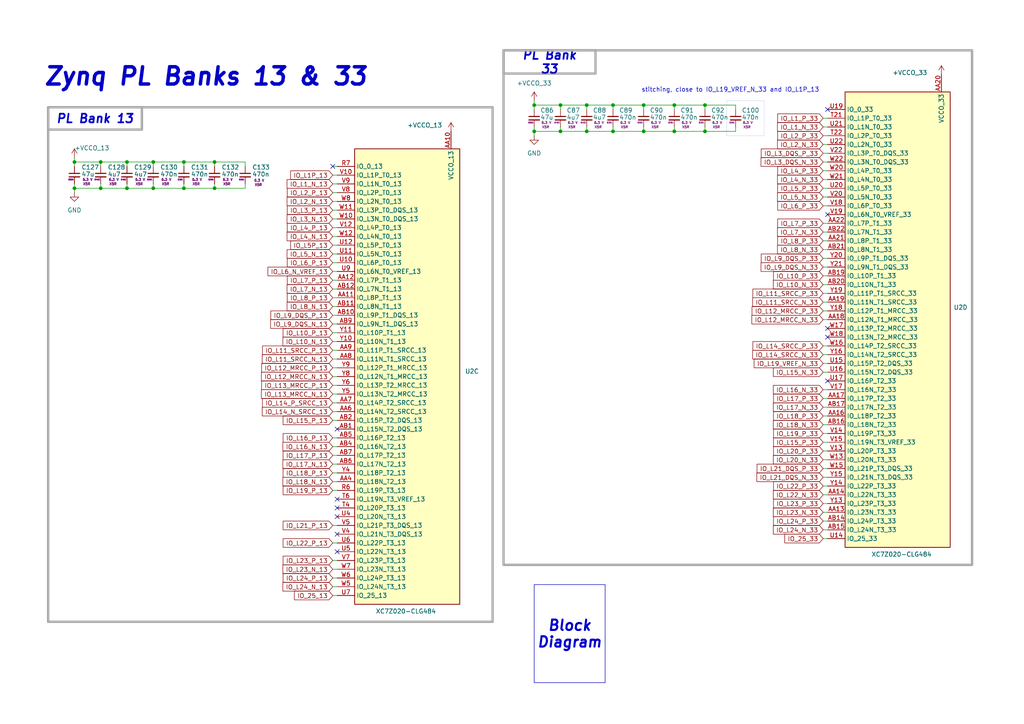
<source format=kicad_sch>
(kicad_sch (version 20250114) (generator "eeschema") (generator_version "9.0")
  (paper "A4")
  (title_block (title "Zynq PL B13 & B33") (date "2024-09-22") (rev "1.0"))
  (lib_symbols
    (symbol "C_Small_1" (pin_numbers (hide yes)) (pin_names (offset 0.254) (hide yes))
      (property "Reference" "C50" (at 1.778 2.794 0))
      (property "Value" "470n" (at 1.778 0.762 0))
      (property "Rating" "6.3 V" (at 3.302 -0.762 0))
      (property "Type" "X5R" (at 3.048 -2.032 0))
      (symbol "C_Small_1_1_1"
        (pin passive line (at 0 2.54 270) (length 2.032) (name "~") (number "1"))
        (pin passive line (at 0 -2.54 90) (length 2.032) (name "~") (number "2"))
      )
    )
    (symbol "FPGA_Xilinx_Zynq7000:XC7Z020-CLG484"
      (property "Reference" "U" (at 0 0 0))
      (property "Value" "XC7Z020-CLG484" (at 0 0 0))
      (symbol "XC7Z020-CLG484_1_0"
        (pin power_in line (at -20.32 38.1 0) (length 5.08) (name "VCCPINT") (number "G8"))
        (pin passive line (at -20.32 38.1 0) (length 5.08) (hide yes) (name "VCCPINT") (number "H9"))
        (pin passive line (at -20.32 38.1 0) (length 5.08) (hide yes) (name "VCCPINT") (number "J8"))
        (pin passive line (at -20.32 38.1 0) (length 5.08) (hide yes) (name "VCCPINT") (number "L8"))
        (pin passive line (at -20.32 38.1 0) (length 5.08) (hide yes) (name "VCCPINT") (number "N8"))
        (pin passive line (at -20.32 38.1 0) (length 5.08) (hide yes) (name "VCCPINT") (number "R8"))
        (pin power_in line (at -20.32 25.4 0) (length 5.08) (name "VCCPAUX") (number "K9"))
        (pin passive line (at -20.32 25.4 0) (length 5.08) (hide yes) (name "VCCPAUX") (number "M9"))
        (pin passive line (at -20.32 25.4 0) (length 5.08) (hide yes) (name "VCCPAUX") (number "P9"))
        (pin passive line (at -20.32 25.4 0) (length 5.08) (hide yes) (name "VCCPAUX") (number "T9"))
        (pin power_in line (at -20.32 12.7 0) (length 5.08) (name "VCCPLL") (number "H10"))
        (pin power_in line (at -20.32 0 0) (length 5.08) (name "VCCINT") (number "J12"))
        (pin passive line (at -20.32 0 0) (length 5.08) (hide yes) (name "VCCINT") (number "J14"))
        (pin passive line (at -20.32 0 0) (length 5.08) (hide yes) (name "VCCINT") (number "K13"))
        (pin passive line (at -20.32 0 0) (length 5.08) (hide yes) (name "VCCINT") (number "L14"))
        (pin passive line (at -20.32 0 0) (length 5.08) (hide yes) (name "VCCINT") (number "M13"))
        (pin passive line (at -20.32 0 0) (length 5.08) (hide yes) (name "VCCINT") (number "N14"))
        (pin passive line (at -20.32 0 0) (length 5.08) (hide yes) (name "VCCINT") (number "P13"))
        (pin passive line (at -20.32 0 0) (length 5.08) (hide yes) (name "VCCINT") (number "R14"))
        (pin power_in line (at -20.32 -12.7 0) (length 5.08) (name "VCCBRAM") (number "H11"))
        (pin passive line (at -20.32 -12.7 0) (length 5.08) (hide yes) (name "VCCBRAM") (number "J10"))
        (pin power_in line (at -20.32 -25.4 0) (length 5.08) (name "VCCAUX") (number "L10"))
        (pin passive line (at -20.32 -25.4 0) (length 5.08) (hide yes) (name "VCCAUX") (number "N10"))
        (pin passive line (at -20.32 -25.4 0) (length 5.08) (hide yes) (name "VCCAUX") (number "P11"))
        (pin passive line (at -20.32 -25.4 0) (length 5.08) (hide yes) (name "VCCAUX") (number "R10"))
        (pin passive line (at -20.32 -38.1 0) (length 5.08) (hide yes) (name "GND") (number "A15"))
        (pin power_in line (at -20.32 -38.1 0) (length 5.08) (name "GND") (number "A5"))
        (pin passive line (at -20.32 -38.1 0) (length 5.08) (hide yes) (name "GND") (number "AA15"))
        (pin passive line (at -20.32 -38.1 0) (length 5.08) (hide yes) (name "GND") (number "AA5"))
        (pin passive line (at -20.32 -38.1 0) (length 5.08) (hide yes) (name "GND") (number "AB18"))
        (pin passive line (at -20.32 -38.1 0) (length 5.08) (hide yes) (name "GND") (number "AB8"))
        (pin passive line (at -20.32 -38.1 0) (length 5.08) (hide yes) (name "GND") (number "B18"))
        (pin passive line (at -20.32 -38.1 0) (length 5.08) (hide yes) (name "GND") (number "B8"))
        (pin passive line (at -20.32 -38.1 0) (length 5.08) (hide yes) (name "GND") (number "C1"))
        (pin passive line (at -20.32 -38.1 0) (length 5.08) (hide yes) (name "GND") (number "C11"))
        (pin passive line (at -20.32 -38.1 0) (length 5.08) (hide yes) (name "GND") (number "C21"))
        (pin passive line (at -20.32 -38.1 0) (length 5.08) (hide yes) (name "GND") (number "D14"))
        (pin passive line (at -20.32 -38.1 0) (length 5.08) (hide yes) (name "GND") (number "D4"))
        (pin passive line (at -20.32 -38.1 0) (length 5.08) (hide yes) (name "GND") (number "E17"))
        (pin passive line (at -20.32 -38.1 0) (length 5.08) (hide yes) (name "GND") (number "E7"))
        (pin passive line (at -20.32 -38.1 0) (length 5.08) (hide yes) (name "GND") (number "F10"))
        (pin passive line (at -20.32 -38.1 0) (length 5.08) (hide yes) (name "GND") (number "F20"))
        (pin passive line (at -20.32 -38.1 0) (length 5.08) (hide yes) (name "GND") (number "G3"))
        (pin passive line (at -20.32 -38.1 0) (length 5.08) (hide yes) (name "GND") (number "H12"))
        (pin passive line (at -20.32 -38.1 0) (length 5.08) (hide yes) (name "GND") (number "H14"))
        (pin passive line (at -20.32 -38.1 0) (length 5.08) (hide yes) (name "GND") (number "H16"))
        (pin passive line (at -20.32 -38.1 0) (length 5.08) (hide yes) (name "GND") (number "H6"))
        (pin passive line (at -20.32 -38.1 0) (length 5.08) (hide yes) (name "GND") (number "H8"))
        (pin passive line (at -20.32 -38.1 0) (length 5.08) (hide yes) (name "GND") (number "J11"))
        (pin passive line (at -20.32 -38.1 0) (length 5.08) (hide yes) (name "GND") (number "J13"))
        (pin passive line (at -20.32 -38.1 0) (length 5.08) (hide yes) (name "GND") (number "J19"))
        (pin passive line (at -20.32 -38.1 0) (length 5.08) (hide yes) (name "GND") (number "J9"))
        (pin passive line (at -20.32 -38.1 0) (length 5.08) (hide yes) (name "GND") (number "K10"))
        (pin passive line (at -20.32 -38.1 0) (length 5.08) (hide yes) (name "GND") (number "K14"))
        (pin passive line (at -20.32 -38.1 0) (length 5.08) (hide yes) (name "GND") (number "K2"))
        (pin passive line (at -20.32 -38.1 0) (length 5.08) (hide yes) (name "GND") (number "K22"))
        (pin passive line (at -20.32 -38.1 0) (length 5.08) (hide yes) (name "GND") (number "K8"))
        (pin passive line (at -20.32 -38.1 0) (length 5.08) (hide yes) (name "GND") (number "L13"))
        (pin passive line (at -20.32 -38.1 0) (length 5.08) (hide yes) (name "GND") (number "L15"))
        (pin passive line (at -20.32 -38.1 0) (length 5.08) (hide yes) (name "GND") (number "L5"))
        (pin passive line (at -20.32 -38.1 0) (length 5.08) (hide yes) (name "GND") (number "L9"))
        (pin passive line (at -20.32 -38.1 0) (length 5.08) (hide yes) (name "GND") (number "M10"))
        (pin passive line (at -20.32 -38.1 0) (length 5.08) (hide yes) (name "GND") (number "M14"))
        (pin passive line (at -20.32 -38.1 0) (length 5.08) (hide yes) (name "GND") (number "M18"))
        (pin passive line (at -20.32 -38.1 0) (length 5.08) (hide yes) (name "GND") (number "M8"))
        (pin passive line (at -20.32 -38.1 0) (length 5.08) (hide yes) (name "GND") (number "N1"))
        (pin passive line (at -20.32 -38.1 0) (length 5.08) (hide yes) (name "GND") (number "N13"))
        (pin passive line (at -20.32 -38.1 0) (length 5.08) (hide yes) (name "GND") (number "N21"))
        (pin passive line (at -20.32 -38.1 0) (length 5.08) (hide yes) (name "GND") (number "N9"))
        (pin passive line (at -20.32 -38.1 0) (length 5.08) (hide yes) (name "GND") (number "P10"))
        (pin passive line (at -20.32 -38.1 0) (length 5.08) (hide yes) (name "GND") (number "P12"))
        (pin passive line (at -20.32 -38.1 0) (length 5.08) (hide yes) (name "GND") (number "P14"))
        (pin passive line (at -20.32 -38.1 0) (length 5.08) (hide yes) (name "GND") (number "P4"))
        (pin passive line (at -20.32 -38.1 0) (length 5.08) (hide yes) (name "GND") (number "P8"))
        (pin passive line (at -20.32 -38.1 0) (length 5.08) (hide yes) (name "GND") (number "R11"))
        (pin passive line (at -20.32 -38.1 0) (length 5.08) (hide yes) (name "GND") (number "R13"))
        (pin passive line (at -20.32 -38.1 0) (length 5.08) (hide yes) (name "GND") (number "R17"))
        (pin passive line (at -20.32 -38.1 0) (length 5.08) (hide yes) (name "GND") (number "R9"))
        (pin passive line (at -20.32 -38.1 0) (length 5.08) (hide yes) (name "GND") (number "T20"))
        (pin passive line (at -20.32 -38.1 0) (length 5.08) (hide yes) (name "GND") (number "U13"))
        (pin passive line (at -20.32 -38.1 0) (length 5.08) (hide yes) (name "GND") (number "U3"))
        (pin passive line (at -20.32 -38.1 0) (length 5.08) (hide yes) (name "GND") (number "V16"))
        (pin passive line (at -20.32 -38.1 0) (length 5.08) (hide yes) (name "GND") (number "V6"))
        (pin passive line (at -20.32 -38.1 0) (length 5.08) (hide yes) (name "GND") (number "W19"))
        (pin passive line (at -20.32 -38.1 0) (length 5.08) (hide yes) (name "GND") (number "W9"))
        (pin passive line (at -20.32 -38.1 0) (length 5.08) (hide yes) (name "GND") (number "Y12"))
        (pin passive line (at -20.32 -38.1 0) (length 5.08) (hide yes) (name "GND") (number "Y2"))
        (pin passive line (at -20.32 -38.1 0) (length 5.08) (hide yes) (name "GND") (number "Y22"))
        (pin power_in line (at 20.32 38.1 180) (length 5.08) (name "VCCADC_0") (number "K11"))
        (pin power_in line (at 20.32 25.4 180) (length 5.08) (name "VCCBATT_0") (number "G9"))
        (pin power_in line (at 20.32 -38.1 180) (length 5.08) (name "GNDADC_0") (number "K12"))
      )
      (symbol "XC7Z020-CLG484_2_0"
        (pin input line (at -20.32 10.16 0) (length 5.08) (name "CFGBVS_0") (number "T13"))
        (pin bidirectional line (at -20.32 7.62 0) (length 5.08) (name "DONE_0") (number "T12"))
        (pin open_collector line (at -20.32 5.08 0) (length 5.08) (name "INIT_B_0") (number "T14"))
        (pin input line (at -20.32 2.54 0) (length 5.08) (name "PROGRAM_B_0") (number "T11"))
        (pin passive line (at -20.32 -2.54 0) (length 5.08) (name "VREFP_0") (number "M11"))
        (pin passive line (at -20.32 -5.08 0) (length 5.08) (name "VREFN_0") (number "L12"))
        (pin input line (at -20.32 -10.16 0) (length 5.08) (name "VP_0") (number "L11"))
        (pin input line (at -20.32 -12.7 0) (length 5.08) (name "VN_0") (number "M12"))
        (pin passive line (at 0 20.32 270) (length 5.08) (hide yes) (name "VCCO_0") (number "R12"))
        (pin power_in line (at 0 20.32 270) (length 5.08) (name "VCCO_0") (number "T10"))
        (pin passive line (at 0 20.32 270) (length 5.08) (hide yes) (name "VCCO_0") (number "T7"))
        (pin passive line (at 0 20.32 270) (length 5.08) (hide yes) (name "VCCO_0") (number "T8"))
        (pin input line (at 20.32 10.16 180) (length 5.08) (name "TCK_0") (number "G11"))
        (pin input line (at 20.32 7.62 180) (length 5.08) (name "TDI_0") (number "H13"))
        (pin output line (at 20.32 5.08 180) (length 5.08) (name "TDO_0") (number "G14"))
        (pin input line (at 20.32 2.54 180) (length 5.08) (name "TMS_0") (number "G12"))
        (pin passive line (at 20.32 -2.54 180) (length 5.08) (name "DXP_0") (number "N11"))
        (pin passive line (at 20.32 -5.08 180) (length 5.08) (name "DXN_0") (number "N12"))
      )
      (symbol "XC7Z020-CLG484_3_0"
        (pin bidirectional line (at -20.32 60.96 0) (length 5.08) (name "IO_0_13") (number "R7"))
        (pin bidirectional line (at -20.32 58.42 0) (length 5.08) (name "IO_L1P_T0_13") (number "V10"))
        (pin bidirectional line (at -20.32 55.88 0) (length 5.08) (name "IO_L1N_T0_13") (number "V9"))
        (pin bidirectional line (at -20.32 53.34 0) (length 5.08) (name "IO_L2P_T0_13") (number "V8"))
        (pin bidirectional line (at -20.32 50.8 0) (length 5.08) (name "IO_L2N_T0_13") (number "W8"))
        (pin bidirectional line (at -20.32 48.26 0) (length 5.08) (name "IO_L3P_T0_DQS_13") (number "W11"))
        (pin bidirectional line (at -20.32 45.72 0) (length 5.08) (name "IO_L3N_T0_DQS_13") (number "W10"))
        (pin bidirectional line (at -20.32 43.18 0) (length 5.08) (name "IO_L4P_T0_13") (number "V12"))
        (pin bidirectional line (at -20.32 40.64 0) (length 5.08) (name "IO_L4N_T0_13") (number "W12"))
        (pin bidirectional line (at -20.32 38.1 0) (length 5.08) (name "IO_L5P_T0_13") (number "U12"))
        (pin bidirectional line (at -20.32 35.56 0) (length 5.08) (name "IO_L5N_T0_13") (number "U11"))
        (pin bidirectional line (at -20.32 33.02 0) (length 5.08) (name "IO_L6P_T0_13") (number "U10"))
        (pin bidirectional line (at -20.32 30.48 0) (length 5.08) (name "IO_L6N_T0_VREF_13") (number "U9"))
        (pin bidirectional line (at -20.32 27.94 0) (length 5.08) (name "IO_L7P_T1_13") (number "AA12"))
        (pin bidirectional line (at -20.32 25.4 0) (length 5.08) (name "IO_L7N_T1_13") (number "AB12"))
        (pin bidirectional line (at -20.32 22.86 0) (length 5.08) (name "IO_L8P_T1_13") (number "AA11"))
        (pin bidirectional line (at -20.32 20.32 0) (length 5.08) (name "IO_L8N_T1_13") (number "AB11"))
        (pin bidirectional line (at -20.32 17.78 0) (length 5.08) (name "IO_L9P_T1_DQS_13") (number "AB10"))
        (pin bidirectional line (at -20.32 15.24 0) (length 5.08) (name "IO_L9N_T1_DQS_13") (number "AB9"))
        (pin bidirectional line (at -20.32 12.7 0) (length 5.08) (name "IO_L10P_T1_13") (number "Y11"))
        (pin bidirectional line (at -20.32 10.16 0) (length 5.08) (name "IO_L10N_T1_13") (number "Y10"))
        (pin bidirectional line (at -20.32 7.62 0) (length 5.08) (name "IO_L11P_T1_SRCC_13") (number "AA9"))
        (pin bidirectional line (at -20.32 5.08 0) (length 5.08) (name "IO_L11N_T1_SRCC_13") (number "AA8"))
        (pin bidirectional line (at -20.32 2.54 0) (length 5.08) (name "IO_L12P_T1_MRCC_13") (number "Y9"))
        (pin bidirectional line (at -20.32 0 0) (length 5.08) (name "IO_L12N_T1_MRCC_13") (number "Y8"))
        (pin bidirectional line (at -20.32 -2.54 0) (length 5.08) (name "IO_L13P_T2_MRCC_13") (number "Y6"))
        (pin bidirectional line (at -20.32 -5.08 0) (length 5.08) (name "IO_L13N_T2_MRCC_13") (number "Y5"))
        (pin bidirectional line (at -20.32 -7.62 0) (length 5.08) (name "IO_L14P_T2_SRCC_13") (number "AA7"))
        (pin bidirectional line (at -20.32 -10.16 0) (length 5.08) (name "IO_L14N_T2_SRCC_13") (number "AA6"))
        (pin bidirectional line (at -20.32 -12.7 0) (length 5.08) (name "IO_L15P_T2_DQS_13") (number "AB2"))
        (pin bidirectional line (at -20.32 -15.24 0) (length 5.08) (name "IO_L15N_T2_DQS_13") (number "AB1"))
        (pin bidirectional line (at -20.32 -17.78 0) (length 5.08) (name "IO_L16P_T2_13") (number "AB5"))
        (pin bidirectional line (at -20.32 -20.32 0) (length 5.08) (name "IO_L16N_T2_13") (number "AB4"))
        (pin bidirectional line (at -20.32 -22.86 0) (length 5.08) (name "IO_L17P_T2_13") (number "AB7"))
        (pin bidirectional line (at -20.32 -25.4 0) (length 5.08) (name "IO_L17N_T2_13") (number "AB6"))
        (pin bidirectional line (at -20.32 -27.94 0) (length 5.08) (name "IO_L18P_T2_13") (number "Y4"))
        (pin bidirectional line (at -20.32 -30.48 0) (length 5.08) (name "IO_L18N_T2_13") (number "AA4"))
        (pin bidirectional line (at -20.32 -33.02 0) (length 5.08) (name "IO_L19P_T3_13") (number "R6"))
        (pin bidirectional line (at -20.32 -35.56 0) (length 5.08) (name "IO_L19N_T3_VREF_13") (number "T6"))
        (pin bidirectional line (at -20.32 -38.1 0) (length 5.08) (name "IO_L20P_T3_13") (number "T4"))
        (pin bidirectional line (at -20.32 -40.64 0) (length 5.08) (name "IO_L20N_T3_13") (number "U4"))
        (pin bidirectional line (at -20.32 -43.18 0) (length 5.08) (name "IO_L21P_T3_DQS_13") (number "V5"))
        (pin bidirectional line (at -20.32 -45.72 0) (length 5.08) (name "IO_L21N_T3_DQS_13") (number "V4"))
        (pin bidirectional line (at -20.32 -48.26 0) (length 5.08) (name "IO_L22P_T3_13") (number "U6"))
        (pin bidirectional line (at -20.32 -50.8 0) (length 5.08) (name "IO_L22N_T3_13") (number "U5"))
        (pin bidirectional line (at -20.32 -53.34 0) (length 5.08) (name "IO_L23P_T3_13") (number "V7"))
        (pin bidirectional line (at -20.32 -55.88 0) (length 5.08) (name "IO_L23N_T3_13") (number "W7"))
        (pin bidirectional line (at -20.32 -58.42 0) (length 5.08) (name "IO_L24P_T3_13") (number "W6"))
        (pin bidirectional line (at -20.32 -60.96 0) (length 5.08) (name "IO_L24N_T3_13") (number "W5"))
        (pin bidirectional line (at -20.32 -63.5 0) (length 5.08) (name "IO_25_13") (number "U7"))
        (pin power_in line (at 12.7 71.12 270) (length 5.08) (name "VCCO_13") (number "AA10"))
        (pin passive line (at 12.7 71.12 270) (length 5.08) (hide yes) (name "VCCO_13") (number "AB3"))
        (pin passive line (at 12.7 71.12 270) (length 5.08) (hide yes) (name "VCCO_13") (number "T5"))
        (pin passive line (at 12.7 71.12 270) (length 5.08) (hide yes) (name "VCCO_13") (number "U8"))
        (pin passive line (at 12.7 71.12 270) (length 5.08) (hide yes) (name "VCCO_13") (number "V11"))
        (pin passive line (at 12.7 71.12 270) (length 5.08) (hide yes) (name "VCCO_13") (number "W4"))
        (pin passive line (at 12.7 71.12 270) (length 5.08) (hide yes) (name "VCCO_13") (number "Y7"))
      )
      (symbol "XC7Z020-CLG484_4_0"
        (pin bidirectional line (at -20.32 60.96 0) (length 5.08) (name "IO_0_33") (number "U19"))
        (pin bidirectional line (at -20.32 58.42 0) (length 5.08) (name "IO_L1P_T0_33") (number "T21"))
        (pin bidirectional line (at -20.32 55.88 0) (length 5.08) (name "IO_L1N_T0_33") (number "U21"))
        (pin bidirectional line (at -20.32 53.34 0) (length 5.08) (name "IO_L2P_T0_33") (number "T22"))
        (pin bidirectional line (at -20.32 50.8 0) (length 5.08) (name "IO_L2N_T0_33") (number "U22"))
        (pin bidirectional line (at -20.32 48.26 0) (length 5.08) (name "IO_L3P_T0_DQS_33") (number "V22"))
        (pin bidirectional line (at -20.32 45.72 0) (length 5.08) (name "IO_L3N_T0_DQS_33") (number "W22"))
        (pin bidirectional line (at -20.32 43.18 0) (length 5.08) (name "IO_L4P_T0_33") (number "W20"))
        (pin bidirectional line (at -20.32 40.64 0) (length 5.08) (name "IO_L4N_T0_33") (number "W21"))
        (pin bidirectional line (at -20.32 38.1 0) (length 5.08) (name "IO_L5P_T0_33") (number "U20"))
        (pin bidirectional line (at -20.32 35.56 0) (length 5.08) (name "IO_L5N_T0_33") (number "V20"))
        (pin bidirectional line (at -20.32 33.02 0) (length 5.08) (name "IO_L6P_T0_33") (number "V18"))
        (pin bidirectional line (at -20.32 30.48 0) (length 5.08) (name "IO_L6N_T0_VREF_33") (number "V19"))
        (pin bidirectional line (at -20.32 27.94 0) (length 5.08) (name "IO_L7P_T1_33") (number "AA22"))
        (pin bidirectional line (at -20.32 25.4 0) (length 5.08) (name "IO_L7N_T1_33") (number "AB22"))
        (pin bidirectional line (at -20.32 22.86 0) (length 5.08) (name "IO_L8P_T1_33") (number "AA21"))
        (pin bidirectional line (at -20.32 20.32 0) (length 5.08) (name "IO_L8N_T1_33") (number "AB21"))
        (pin bidirectional line (at -20.32 17.78 0) (length 5.08) (name "IO_L9P_T1_DQS_33") (number "Y20"))
        (pin bidirectional line (at -20.32 15.24 0) (length 5.08) (name "IO_L9N_T1_DQS_33") (number "Y21"))
        (pin bidirectional line (at -20.32 12.7 0) (length 5.08) (name "IO_L10P_T1_33") (number "AB19"))
        (pin bidirectional line (at -20.32 10.16 0) (length 5.08) (name "IO_L10N_T1_33") (number "AB20"))
        (pin bidirectional line (at -20.32 7.62 0) (length 5.08) (name "IO_L11P_T1_SRCC_33") (number "Y19"))
        (pin bidirectional line (at -20.32 5.08 0) (length 5.08) (name "IO_L11N_T1_SRCC_33") (number "AA19"))
        (pin bidirectional line (at -20.32 2.54 0) (length 5.08) (name "IO_L12P_T1_MRCC_33") (number "Y18"))
        (pin bidirectional line (at -20.32 0 0) (length 5.08) (name "IO_L12N_T1_MRCC_33") (number "AA18"))
        (pin bidirectional line (at -20.32 -2.54 0) (length 5.08) (name "IO_L13P_T2_MRCC_33") (number "W17"))
        (pin bidirectional line (at -20.32 -5.08 0) (length 5.08) (name "IO_L13N_T2_MRCC_33") (number "W18"))
        (pin bidirectional line (at -20.32 -7.62 0) (length 5.08) (name "IO_L14P_T2_SRCC_33") (number "W16"))
        (pin bidirectional line (at -20.32 -10.16 0) (length 5.08) (name "IO_L14N_T2_SRCC_33") (number "Y16"))
        (pin bidirectional line (at -20.32 -12.7 0) (length 5.08) (name "IO_L15P_T2_DQS_33") (number "U15"))
        (pin bidirectional line (at -20.32 -15.24 0) (length 5.08) (name "IO_L15N_T2_DQS_33") (number "U16"))
        (pin bidirectional line (at -20.32 -17.78 0) (length 5.08) (name "IO_L16P_T2_33") (number "U17"))
        (pin bidirectional line (at -20.32 -20.32 0) (length 5.08) (name "IO_L16N_T2_33") (number "V17"))
        (pin bidirectional line (at -20.32 -22.86 0) (length 5.08) (name "IO_L17P_T2_33") (number "AA17"))
        (pin bidirectional line (at -20.32 -25.4 0) (length 5.08) (name "IO_L17N_T2_33") (number "AB17"))
        (pin bidirectional line (at -20.32 -27.94 0) (length 5.08) (name "IO_L18P_T2_33") (number "AA16"))
        (pin bidirectional line (at -20.32 -30.48 0) (length 5.08) (name "IO_L18N_T2_33") (number "AB16"))
        (pin bidirectional line (at -20.32 -33.02 0) (length 5.08) (name "IO_L19P_T3_33") (number "V14"))
        (pin bidirectional line (at -20.32 -35.56 0) (length 5.08) (name "IO_L19N_T3_VREF_33") (number "V15"))
        (pin bidirectional line (at -20.32 -38.1 0) (length 5.08) (name "IO_L20P_T3_33") (number "V13"))
        (pin bidirectional line (at -20.32 -40.64 0) (length 5.08) (name "IO_L20N_T3_33") (number "W13"))
        (pin bidirectional line (at -20.32 -43.18 0) (length 5.08) (name "IO_L21P_T3_DQS_33") (number "W15"))
        (pin bidirectional line (at -20.32 -45.72 0) (length 5.08) (name "IO_L21N_T3_DQS_33") (number "Y15"))
        (pin bidirectional line (at -20.32 -48.26 0) (length 5.08) (name "IO_L22P_T3_33") (number "Y14"))
        (pin bidirectional line (at -20.32 -50.8 0) (length 5.08) (name "IO_L22N_T3_33") (number "AA14"))
        (pin bidirectional line (at -20.32 -53.34 0) (length 5.08) (name "IO_L23P_T3_33") (number "Y13"))
        (pin bidirectional line (at -20.32 -55.88 0) (length 5.08) (name "IO_L23N_T3_33") (number "AA13"))
        (pin bidirectional line (at -20.32 -58.42 0) (length 5.08) (name "IO_L24P_T3_33") (number "AB14"))
        (pin bidirectional line (at -20.32 -60.96 0) (length 5.08) (name "IO_L24N_T3_33") (number "AB15"))
        (pin bidirectional line (at -20.32 -63.5 0) (length 5.08) (name "IO_25_33") (number "U14"))
        (pin power_in line (at 12.7 71.12 270) (length 5.08) (name "VCCO_33") (number "AA20"))
        (pin passive line (at 12.7 71.12 270) (length 5.08) (hide yes) (name "VCCO_33") (number "AB13"))
        (pin passive line (at 12.7 71.12 270) (length 5.08) (hide yes) (name "VCCO_33") (number "U18"))
        (pin passive line (at 12.7 71.12 270) (length 5.08) (hide yes) (name "VCCO_33") (number "V21"))
        (pin passive line (at 12.7 71.12 270) (length 5.08) (hide yes) (name "VCCO_33") (number "W14"))
        (pin passive line (at 12.7 71.12 270) (length 5.08) (hide yes) (name "VCCO_33") (number "Y17"))
      )
      (symbol "XC7Z020-CLG484_5_0"
        (pin bidirectional line (at -22.86 60.96 0) (length 5.08) (name "IO_0_34") (number "H15"))
        (pin bidirectional line (at -22.86 58.42 0) (length 5.08) (name "IO_L1P_T0_34") (number "J15"))
        (pin bidirectional line (at -22.86 55.88 0) (length 5.08) (name "IO_L1N_T0_34") (number "K15"))
        (pin bidirectional line (at -22.86 53.34 0) (length 5.08) (name "IO_L2P_T0_34") (number "J16"))
        (pin bidirectional line (at -22.86 50.8 0) (length 5.08) (name "IO_L2N_T0_34") (number "J17"))
        (pin bidirectional line (at -22.86 48.26 0) (length 5.08) (name "IO_L3P_T0_DQS_PUDC_B_34") (number "K16"))
        (pin bidirectional line (at -22.86 45.72 0) (length 5.08) (name "IO_L3N_T0_DQS_34") (number "L16"))
        (pin bidirectional line (at -22.86 43.18 0) (length 5.08) (name "IO_L4P_T0_34") (number "L17"))
        (pin bidirectional line (at -22.86 40.64 0) (length 5.08) (name "IO_L4N_T0_34") (number "M17"))
        (pin bidirectional line (at -22.86 38.1 0) (length 5.08) (name "IO_L5P_T0_34") (number "N17"))
        (pin bidirectional line (at -22.86 35.56 0) (length 5.08) (name "IO_L5N_T0_34") (number "N18"))
        (pin bidirectional line (at -22.86 33.02 0) (length 5.08) (name "IO_L6P_T0_34") (number "M15"))
        (pin bidirectional line (at -22.86 30.48 0) (length 5.08) (name "IO_L6N_T0_VREF_34") (number "M16"))
        (pin bidirectional line (at -22.86 27.94 0) (length 5.08) (name "IO_L7P_T1_34") (number "J18"))
        (pin bidirectional line (at -22.86 25.4 0) (length 5.08) (name "IO_L7N_T1_34") (number "K18"))
        (pin bidirectional line (at -22.86 22.86 0) (length 5.08) (name "IO_L8P_T1_34") (number "J21"))
        (pin bidirectional line (at -22.86 20.32 0) (length 5.08) (name "IO_L8N_T1_34") (number "J22"))
        (pin bidirectional line (at -22.86 17.78 0) (length 5.08) (name "IO_L9P_T1_DQS_34") (number "J20"))
        (pin bidirectional line (at -22.86 15.24 0) (length 5.08) (name "IO_L9N_T1_DQS_34") (number "K21"))
        (pin bidirectional line (at -22.86 12.7 0) (length 5.08) (name "IO_L10P_T1_34") (number "L21"))
        (pin bidirectional line (at -22.86 10.16 0) (length 5.08) (name "IO_L10N_T1_34") (number "L22"))
        (pin bidirectional line (at -22.86 7.62 0) (length 5.08) (name "IO_L11P_T1_SRCC_34") (number "K19"))
        (pin bidirectional line (at -22.86 5.08 0) (length 5.08) (name "IO_L11N_T1_SRCC_34") (number "K20"))
        (pin bidirectional line (at -22.86 2.54 0) (length 5.08) (name "IO_L12P_T1_MRCC_34") (number "L18"))
        (pin bidirectional line (at -22.86 0 0) (length 5.08) (name "IO_L12N_T1_MRCC_34") (number "L19"))
        (pin bidirectional line (at -22.86 -2.54 0) (length 5.08) (name "IO_L13P_T2_MRCC_34") (number "M19"))
        (pin bidirectional line (at -22.86 -5.08 0) (length 5.08) (name "IO_L13N_T2_MRCC_34") (number "M20"))
        (pin bidirectional line (at -22.86 -7.62 0) (length 5.08) (name "IO_L14P_T2_SRCC_34") (number "N19"))
        (pin bidirectional line (at -22.86 -10.16 0) (length 5.08) (name "IO_L14N_T2_SRCC_34") (number "N20"))
        (pin bidirectional line (at -22.86 -12.7 0) (length 5.08) (name "IO_L15P_T2_DQS_34") (number "M21"))
        (pin bidirectional line (at -22.86 -15.24 0) (length 5.08) (name "IO_L15N_T2_DQS_34") (number "M22"))
        (pin bidirectional line (at -22.86 -17.78 0) (length 5.08) (name "IO_L16P_T2_34") (number "N22"))
        (pin bidirectional line (at -22.86 -20.32 0) (length 5.08) (name "IO_L16N_T2_34") (number "P22"))
        (pin bidirectional line (at -22.86 -22.86 0) (length 5.08) (name "IO_L17P_T2_34") (number "R20"))
        (pin bidirectional line (at -22.86 -25.4 0) (length 5.08) (name "IO_L17N_T2_34") (number "R21"))
        (pin bidirectional line (at -22.86 -27.94 0) (length 5.08) (name "IO_L18P_T2_34") (number "P20"))
        (pin bidirectional line (at -22.86 -30.48 0) (length 5.08) (name "IO_L18N_T2_34") (number "P21"))
        (pin bidirectional line (at -22.86 -33.02 0) (length 5.08) (name "IO_L19P_T3_34") (number "N15"))
        (pin bidirectional line (at -22.86 -35.56 0) (length 5.08) (name "IO_L19N_T3_VREF_34") (number "P15"))
        (pin bidirectional line (at -22.86 -38.1 0) (length 5.08) (name "IO_L20P_T3_34") (number "P17"))
        (pin bidirectional line (at -22.86 -40.64 0) (length 5.08) (name "IO_L20N_T3_34") (number "P18"))
        (pin bidirectional line (at -22.86 -43.18 0) (length 5.08) (name "IO_L21P_T3_DQS_34") (number "T16"))
        (pin bidirectional line (at -22.86 -45.72 0) (length 5.08) (name "IO_L21N_T3_DQS_34") (number "T17"))
        (pin bidirectional line (at -22.86 -48.26 0) (length 5.08) (name "IO_L22P_T3_34") (number "R19"))
        (pin bidirectional line (at -22.86 -50.8 0) (length 5.08) (name "IO_L22N_T3_34") (number "T19"))
        (pin bidirectional line (at -22.86 -53.34 0) (length 5.08) (name "IO_L23P_T3_34") (number "R18"))
        (pin bidirectional line (at -22.86 -55.88 0) (length 5.08) (name "IO_L23N_T3_34") (number "T18"))
        (pin bidirectional line (at -22.86 -58.42 0) (length 5.08) (name "IO_L24P_T3_34") (number "P16"))
        (pin bidirectional line (at -22.86 -60.96 0) (length 5.08) (name "IO_L24N_T3_34") (number "R16"))
        (pin bidirectional line (at -22.86 -63.5 0) (length 5.08) (name "IO_25_34") (number "R15"))
        (pin power_in line (at 15.24 71.12 270) (length 5.08) (name "VCCO_34") (number "K17"))
        (pin passive line (at 15.24 71.12 270) (length 5.08) (hide yes) (name "VCCO_34") (number "L20"))
        (pin passive line (at 15.24 71.12 270) (length 5.08) (hide yes) (name "VCCO_34") (number "N16"))
        (pin passive line (at 15.24 71.12 270) (length 5.08) (hide yes) (name "VCCO_34") (number "P19"))
        (pin passive line (at 15.24 71.12 270) (length 5.08) (hide yes) (name "VCCO_34") (number "R22"))
        (pin passive line (at 15.24 71.12 270) (length 5.08) (hide yes) (name "VCCO_34") (number "T15"))
      )
      (symbol "XC7Z020-CLG484_6_0"
        (pin bidirectional line (at -22.86 60.96 0) (length 5.08) (name "IO_0_35") (number "H17"))
        (pin bidirectional line (at -22.86 58.42 0) (length 5.08) (name "IO_L1P_T0_AD0P_35") (number "F16"))
        (pin bidirectional line (at -22.86 55.88 0) (length 5.08) (name "IO_L1N_T0_AD0N_35") (number "E16"))
        (pin bidirectional line (at -22.86 53.34 0) (length 5.08) (name "IO_L2P_T0_AD8P_35") (number "D16"))
        (pin bidirectional line (at -22.86 50.8 0) (length 5.08) (name "IO_L2N_T0_AD8N_35") (number "D17"))
        (pin bidirectional line (at -22.86 48.26 0) (length 5.08) (name "IO_L3P_T0_DQS_AD1P_35") (number "E15"))
        (pin bidirectional line (at -22.86 45.72 0) (length 5.08) (name "IO_L3N_T0_DQS_AD1N_35") (number "D15"))
        (pin bidirectional line (at -22.86 43.18 0) (length 5.08) (name "IO_L4P_T0_35") (number "G15"))
        (pin bidirectional line (at -22.86 40.64 0) (length 5.08) (name "IO_L4N_T0_35") (number "G16"))
        (pin bidirectional line (at -22.86 38.1 0) (length 5.08) (name "IO_L5P_T0_AD9P_35") (number "F18"))
        (pin bidirectional line (at -22.86 35.56 0) (length 5.08) (name "IO_L5N_T0_AD9N_35") (number "E18"))
        (pin bidirectional line (at -22.86 33.02 0) (length 5.08) (name "IO_L6P_T0_35") (number "G17"))
        (pin bidirectional line (at -22.86 30.48 0) (length 5.08) (name "IO_L6N_T0_VREF_35") (number "F17"))
        (pin bidirectional line (at -22.86 27.94 0) (length 5.08) (name "IO_L7P_T1_AD2P_35") (number "C15"))
        (pin bidirectional line (at -22.86 25.4 0) (length 5.08) (name "IO_L7N_T1_AD2N_35") (number "B15"))
        (pin bidirectional line (at -22.86 22.86 0) (length 5.08) (name "IO_L8P_T1_AD10P_35") (number "B16"))
        (pin bidirectional line (at -22.86 20.32 0) (length 5.08) (name "IO_L8N_T1_AD10N_35") (number "B17"))
        (pin bidirectional line (at -22.86 17.78 0) (length 5.08) (name "IO_L9P_T1_DQS_AD3P_35") (number "A16"))
        (pin bidirectional line (at -22.86 15.24 0) (length 5.08) (name "IO_L9N_T1_DQS_AD3N_35") (number "A17"))
        (pin bidirectional line (at -22.86 12.7 0) (length 5.08) (name "IO_L10P_T1_AD11P_35") (number "A18"))
        (pin bidirectional line (at -22.86 10.16 0) (length 5.08) (name "IO_L10N_T1_AD11N_35") (number "A19"))
        (pin bidirectional line (at -22.86 7.62 0) (length 5.08) (name "IO_L11P_T1_SRCC_35") (number "C17"))
        (pin bidirectional line (at -22.86 5.08 0) (length 5.08) (name "IO_L11N_T1_SRCC_35") (number "C18"))
        (pin bidirectional line (at -22.86 2.54 0) (length 5.08) (name "IO_L12P_T1_MRCC_35") (number "D18"))
        (pin bidirectional line (at -22.86 0 0) (length 5.08) (name "IO_L12N_T1_MRCC_35") (number "C19"))
        (pin bidirectional line (at -22.86 -2.54 0) (length 5.08) (name "IO_L13P_T2_MRCC_35") (number "B19"))
        (pin bidirectional line (at -22.86 -5.08 0) (length 5.08) (name "IO_L13N_T2_MRCC_35") (number "B20"))
        (pin bidirectional line (at -22.86 -7.62 0) (length 5.08) (name "IO_L14P_T2_AD4P_SRCC_35") (number "D20"))
        (pin bidirectional line (at -22.86 -10.16 0) (length 5.08) (name "IO_L14N_T2_AD4N_SRCC_35") (number "C20"))
        (pin bidirectional line (at -22.86 -12.7 0) (length 5.08) (name "IO_L15P_T2_DQS_AD12P_35") (number "A21"))
        (pin bidirectional line (at -22.86 -15.24 0) (length 5.08) (name "IO_L15N_T2_DQS_AD12N_35") (number "A22"))
        (pin bidirectional line (at -22.86 -17.78 0) (length 5.08) (name "IO_L16P_T2_35") (number "D22"))
        (pin bidirectional line (at -22.86 -20.32 0) (length 5.08) (name "IO_L16N_T2_35") (number "C22"))
        (pin bidirectional line (at -22.86 -22.86 0) (length 5.08) (name "IO_L17P_T2_AD5P_35") (number "E21"))
        (pin bidirectional line (at -22.86 -25.4 0) (length 5.08) (name "IO_L17N_T2_AD5N_35") (number "D21"))
        (pin bidirectional line (at -22.86 -27.94 0) (length 5.08) (name "IO_L18P_T2_AD13P_35") (number "B21"))
        (pin bidirectional line (at -22.86 -30.48 0) (length 5.08) (name "IO_L18N_T2_AD13N_35") (number "B22"))
        (pin bidirectional line (at -22.86 -33.02 0) (length 5.08) (name "IO_L19P_T3_35") (number "H19"))
        (pin bidirectional line (at -22.86 -35.56 0) (length 5.08) (name "IO_L19N_T3_VREF_35") (number "H20"))
        (pin bidirectional line (at -22.86 -38.1 0) (length 5.08) (name "IO_L20P_T3_AD6P_35") (number "G19"))
        (pin bidirectional line (at -22.86 -40.64 0) (length 5.08) (name "IO_L20N_T3_AD6N_35") (number "F19"))
        (pin bidirectional line (at -22.86 -43.18 0) (length 5.08) (name "IO_L21P_T3_DQS_AD14P_35") (number "E19"))
        (pin bidirectional line (at -22.86 -45.72 0) (length 5.08) (name "IO_L21N_T3_DQS_AD14N_35") (number "E20"))
        (pin bidirectional line (at -22.86 -48.26 0) (length 5.08) (name "IO_L22P_T3_AD7P_35") (number "G20"))
        (pin bidirectional line (at -22.86 -50.8 0) (length 5.08) (name "IO_L22N_T3_AD7N_35") (number "G21"))
        (pin bidirectional line (at -22.86 -53.34 0) (length 5.08) (name "IO_L23P_T3_35") (number "F21"))
        (pin bidirectional line (at -22.86 -55.88 0) (length 5.08) (name "IO_L23N_T3_35") (number "F22"))
        (pin bidirectional line (at -22.86 -58.42 0) (length 5.08) (name "IO_L24P_T3_AD15P_35") (number "H22"))
        (pin bidirectional line (at -22.86 -60.96 0) (length 5.08) (name "IO_L24N_T3_AD15N_35") (number "G22"))
        (pin bidirectional line (at -22.86 -63.5 0) (length 5.08) (name "IO_25_35") (number "H18"))
        (pin power_in line (at 15.24 71.12 270) (length 5.08) (name "VCCO_35") (number "A20"))
        (pin passive line (at 15.24 71.12 270) (length 5.08) (hide yes) (name "VCCO_35") (number "C16"))
        (pin passive line (at 15.24 71.12 270) (length 5.08) (hide yes) (name "VCCO_35") (number "D19"))
        (pin passive line (at 15.24 71.12 270) (length 5.08) (hide yes) (name "VCCO_35") (number "E22"))
        (pin passive line (at 15.24 71.12 270) (length 5.08) (hide yes) (name "VCCO_35") (number "F15"))
        (pin passive line (at 15.24 71.12 270) (length 5.08) (hide yes) (name "VCCO_35") (number "G18"))
        (pin passive line (at 15.24 71.12 270) (length 5.08) (hide yes) (name "VCCO_35") (number "H21"))
      )
      (symbol "XC7Z020-CLG484_7_0"
        (pin input line (at -15.24 22.86 0) (length 5.08) (name "PS_CLK_500") (number "F7"))
        (pin input line (at -15.24 20.32 0) (length 5.08) (name "PS_POR_B_500") (number "B5"))
        (pin bidirectional line (at -15.24 15.24 0) (length 5.08) (name "PS_MIO0_500") (number "G6"))
        (pin bidirectional line (at -15.24 12.7 0) (length 5.08) (name "PS_MIO1_500") (number "A1"))
        (pin bidirectional line (at -15.24 10.16 0) (length 5.08) (name "PS_MIO2_500") (number "A2"))
        (pin bidirectional line (at -15.24 7.62 0) (length 5.08) (name "PS_MIO3_500") (number "F6"))
        (pin bidirectional line (at -15.24 5.08 0) (length 5.08) (name "PS_MIO4_500") (number "E4"))
        (pin bidirectional line (at -15.24 2.54 0) (length 5.08) (name "PS_MIO5_500") (number "A3"))
        (pin bidirectional line (at -15.24 0 0) (length 5.08) (name "PS_MIO6_500") (number "A4"))
        (pin bidirectional line (at -15.24 -2.54 0) (length 5.08) (name "PS_MIO7_500") (number "D5"))
        (pin bidirectional line (at -15.24 -5.08 0) (length 5.08) (name "PS_MIO8_500") (number "E5"))
        (pin bidirectional line (at -15.24 -7.62 0) (length 5.08) (name "PS_MIO9_500") (number "C4"))
        (pin bidirectional line (at -15.24 -10.16 0) (length 5.08) (name "PS_MIO10_500") (number "G7"))
        (pin bidirectional line (at -15.24 -12.7 0) (length 5.08) (name "PS_MIO11_500") (number "B4"))
        (pin bidirectional line (at -15.24 -15.24 0) (length 5.08) (name "PS_MIO12_500") (number "C5"))
        (pin bidirectional line (at -15.24 -17.78 0) (length 5.08) (name "PS_MIO13_500") (number "A6"))
        (pin bidirectional line (at -15.24 -20.32 0) (length 5.08) (name "PS_MIO14_500") (number "B6"))
        (pin bidirectional line (at -15.24 -22.86 0) (length 5.08) (name "PS_MIO15_500") (number "E6"))
        (pin power_in line (at 7.62 30.48 270) (length 5.08) (name "VCCO_MIO0_500") (number "B3"))
        (pin passive line (at 7.62 30.48 270) (length 5.08) (hide yes) (name "VCCO_MIO0_500") (number "C6"))
      )
      (symbol "XC7Z020-CLG484_8_0"
        (pin passive line (at -17.78 50.8 0) (length 5.08) (name "PS_MIO_VREF_501") (number "F8"))
        (pin input line (at -17.78 45.72 0) (length 5.08) (name "PS_SRST_B_501") (number "C9"))
        (pin bidirectional line (at -17.78 40.64 0) (length 5.08) (name "PS_MIO16_501") (number "D6"))
        (pin bidirectional line (at -17.78 38.1 0) (length 5.08) (name "PS_MIO17_501") (number "E9"))
        (pin bidirectional line (at -17.78 35.56 0) (length 5.08) (name "PS_MIO18_501") (number "A7"))
        (pin bidirectional line (at -17.78 33.02 0) (length 5.08) (name "PS_MIO19_501") (number "E10"))
        (pin bidirectional line (at -17.78 30.48 0) (length 5.08) (name "PS_MIO20_501") (number "A8"))
        (pin bidirectional line (at -17.78 27.94 0) (length 5.08) (name "PS_MIO21_501") (number "F11"))
        (pin bidirectional line (at -17.78 25.4 0) (length 5.08) (name "PS_MIO22_501") (number "A14"))
        (pin bidirectional line (at -17.78 22.86 0) (length 5.08) (name "PS_MIO23_501") (number "E11"))
        (pin bidirectional line (at -17.78 20.32 0) (length 5.08) (name "PS_MIO24_501") (number "B7"))
        (pin bidirectional line (at -17.78 17.78 0) (length 5.08) (name "PS_MIO25_501") (number "F12"))
        (pin bidirectional line (at -17.78 15.24 0) (length 5.08) (name "PS_MIO26_501") (number "A13"))
        (pin bidirectional line (at -17.78 12.7 0) (length 5.08) (name "PS_MIO27_501") (number "D7"))
        (pin bidirectional line (at -17.78 10.16 0) (length 5.08) (name "PS_MIO28_501") (number "A12"))
        (pin bidirectional line (at -17.78 7.62 0) (length 5.08) (name "PS_MIO29_501") (number "E8"))
        (pin bidirectional line (at -17.78 5.08 0) (length 5.08) (name "PS_MIO30_501") (number "A11"))
        (pin bidirectional line (at -17.78 2.54 0) (length 5.08) (name "PS_MIO31_501") (number "F9"))
        (pin bidirectional line (at -17.78 0 0) (length 5.08) (name "PS_MIO32_501") (number "C7"))
        (pin bidirectional line (at -17.78 -2.54 0) (length 5.08) (name "PS_MIO33_501") (number "G13"))
        (pin bidirectional line (at -17.78 -5.08 0) (length 5.08) (name "PS_MIO34_501") (number "B12"))
        (pin bidirectional line (at -17.78 -7.62 0) (length 5.08) (name "PS_MIO35_501") (number "F14"))
        (pin bidirectional line (at -17.78 -10.16 0) (length 5.08) (name "PS_MIO36_501") (number "A9"))
        (pin bidirectional line (at -17.78 -12.7 0) (length 5.08) (name "PS_MIO37_501") (number "B14"))
        (pin bidirectional line (at -17.78 -15.24 0) (length 5.08) (name "PS_MIO38_501") (number "F13"))
        (pin bidirectional line (at -17.78 -17.78 0) (length 5.08) (name "PS_MIO39_501") (number "C13"))
        (pin bidirectional line (at -17.78 -20.32 0) (length 5.08) (name "PS_MIO40_501") (number "E14"))
        (pin bidirectional line (at -17.78 -22.86 0) (length 5.08) (name "PS_MIO41_501") (number "C8"))
        (pin bidirectional line (at -17.78 -25.4 0) (length 5.08) (name "PS_MIO42_501") (number "D8"))
        (pin bidirectional line (at -17.78 -27.94 0) (length 5.08) (name "PS_MIO43_501") (number "B11"))
        (pin bidirectional line (at -17.78 -30.48 0) (length 5.08) (name "PS_MIO44_501") (number "E13"))
        (pin bidirectional line (at -17.78 -33.02 0) (length 5.08) (name "PS_MIO45_501") (number "B9"))
        (pin bidirectional line (at -17.78 -35.56 0) (length 5.08) (name "PS_MIO46_501") (number "D12"))
        (pin bidirectional line (at -17.78 -38.1 0) (length 5.08) (name "PS_MIO47_501") (number "B10"))
        (pin bidirectional line (at -17.78 -40.64 0) (length 5.08) (name "PS_MIO48_501") (number "D11"))
        (pin bidirectional line (at -17.78 -43.18 0) (length 5.08) (name "PS_MIO49_501") (number "C14"))
        (pin bidirectional line (at -17.78 -45.72 0) (length 5.08) (name "PS_MIO50_501") (number "D13"))
        (pin bidirectional line (at -17.78 -48.26 0) (length 5.08) (name "PS_MIO51_501") (number "C10"))
        (pin bidirectional line (at -17.78 -50.8 0) (length 5.08) (name "PS_MIO52_501") (number "D10"))
        (pin bidirectional line (at -17.78 -53.34 0) (length 5.08) (name "PS_MIO53_501") (number "C12"))
        (pin power_in line (at 10.16 60.96 270) (length 5.08) (name "VCCO_MIO1_501") (number "A10"))
        (pin passive line (at 10.16 60.96 270) (length 5.08) (hide yes) (name "VCCO_MIO1_501") (number "B13"))
        (pin passive line (at 10.16 60.96 270) (length 5.08) (hide yes) (name "VCCO_MIO1_501") (number "D9"))
        (pin passive line (at 10.16 60.96 270) (length 5.08) (hide yes) (name "VCCO_MIO1_501") (number "E12"))
      )
      (symbol "XC7Z020-CLG484_9_0"
        (pin bidirectional line (at -27.94 55.88 0) (length 5.08) (name "PS_DDR_DQ0_502") (number "D1"))
        (pin bidirectional line (at -27.94 53.34 0) (length 5.08) (name "PS_DDR_DQ1_502") (number "C3"))
        (pin bidirectional line (at -27.94 50.8 0) (length 5.08) (name "PS_DDR_DQ2_502") (number "B2"))
        (pin bidirectional line (at -27.94 48.26 0) (length 5.08) (name "PS_DDR_DQ3_502") (number "D3"))
        (pin bidirectional line (at -27.94 45.72 0) (length 5.08) (name "PS_DDR_DQ4_502") (number "E3"))
        (pin bidirectional line (at -27.94 43.18 0) (length 5.08) (name "PS_DDR_DQ5_502") (number "E1"))
        (pin bidirectional line (at -27.94 40.64 0) (length 5.08) (name "PS_DDR_DQ6_502") (number "F2"))
        (pin bidirectional line (at -27.94 38.1 0) (length 5.08) (name "PS_DDR_DQ7_502") (number "F1"))
        (pin bidirectional line (at -27.94 35.56 0) (length 5.08) (name "PS_DDR_DQ8_502") (number "G2"))
        (pin bidirectional line (at -27.94 33.02 0) (length 5.08) (name "PS_DDR_DQ9_502") (number "G1"))
        (pin bidirectional line (at -27.94 30.48 0) (length 5.08) (name "PS_DDR_DQ10_502") (number "L1"))
        (pin bidirectional line (at -27.94 27.94 0) (length 5.08) (name "PS_DDR_DQ11_502") (number "L2"))
        (pin bidirectional line (at -27.94 25.4 0) (length 5.08) (name "PS_DDR_DQ12_502") (number "L3"))
        (pin bidirectional line (at -27.94 22.86 0) (length 5.08) (name "PS_DDR_DQ13_502") (number "K1"))
        (pin bidirectional line (at -27.94 20.32 0) (length 5.08) (name "PS_DDR_DQ14_502") (number "J1"))
        (pin bidirectional line (at -27.94 17.78 0) (length 5.08) (name "PS_DDR_DQ15_502") (number "K3"))
        (pin bidirectional line (at -27.94 15.24 0) (length 5.08) (name "PS_DDR_DQ16_502") (number "M1"))
        (pin bidirectional line (at -27.94 12.7 0) (length 5.08) (name "PS_DDR_DQ17_502") (number "T3"))
        (pin bidirectional line (at -27.94 10.16 0) (length 5.08) (name "PS_DDR_DQ18_502") (number "N3"))
        (pin bidirectional line (at -27.94 7.62 0) (length 5.08) (name "PS_DDR_DQ19_502") (number "T1"))
        (pin bidirectional line (at -27.94 5.08 0) (length 5.08) (name "PS_DDR_DQ20_502") (number "R3"))
        (pin bidirectional line (at -27.94 2.54 0) (length 5.08) (name "PS_DDR_DQ21_502") (number "T2"))
        (pin bidirectional line (at -27.94 0 0) (length 5.08) (name "PS_DDR_DQ22_502") (number "M2"))
        (pin bidirectional line (at -27.94 -2.54 0) (length 5.08) (name "PS_DDR_DQ23_502") (number "R1"))
        (pin bidirectional line (at -27.94 -5.08 0) (length 5.08) (name "PS_DDR_DQ24_502") (number "AA3"))
        (pin bidirectional line (at -27.94 -7.62 0) (length 5.08) (name "PS_DDR_DQ25_502") (number "U1"))
        (pin bidirectional line (at -27.94 -10.16 0) (length 5.08) (name "PS_DDR_DQ26_502") (number "AA1"))
        (pin bidirectional line (at -27.94 -12.7 0) (length 5.08) (name "PS_DDR_DQ27_502") (number "U2"))
        (pin bidirectional line (at -27.94 -15.24 0) (length 5.08) (name "PS_DDR_DQ28_502") (number "W1"))
        (pin bidirectional line (at -27.94 -17.78 0) (length 5.08) (name "PS_DDR_DQ29_502") (number "Y3"))
        (pin bidirectional line (at -27.94 -20.32 0) (length 5.08) (name "PS_DDR_DQ30_502") (number "W3"))
        (pin bidirectional line (at -27.94 -22.86 0) (length 5.08) (name "PS_DDR_DQ31_502") (number "Y1"))
        (pin bidirectional line (at -27.94 -27.94 0) (length 5.08) (name "PS_DDR_DQS_P0_502") (number "C2"))
        (pin bidirectional line (at -27.94 -30.48 0) (length 5.08) (name "PS_DDR_DQS_N0_502") (number "D2"))
        (pin bidirectional line (at -27.94 -33.02 0) (length 5.08) (name "PS_DDR_DQS_P1_502") (number "H2"))
        (pin bidirectional line (at -27.94 -35.56 0) (length 5.08) (name "PS_DDR_DQS_N1_502") (number "J2"))
        (pin bidirectional line (at -27.94 -38.1 0) (length 5.08) (name "PS_DDR_DQS_P2_502") (number "N2"))
        (pin bidirectional line (at -27.94 -40.64 0) (length 5.08) (name "PS_DDR_DQS_N2_502") (number "P2"))
        (pin bidirectional line (at -27.94 -43.18 0) (length 5.08) (name "PS_DDR_DQS_P3_502") (number "V2"))
        (pin bidirectional line (at -27.94 -45.72 0) (length 5.08) (name "PS_DDR_DQS_N3_502") (number "W2"))
        (pin output line (at -27.94 -50.8 0) (length 5.08) (name "PS_DDR_DM0_502") (number "B1"))
        (pin output line (at -27.94 -53.34 0) (length 5.08) (name "PS_DDR_DM1_502") (number "H3"))
        (pin output line (at -27.94 -55.88 0) (length 5.08) (name "PS_DDR_DM2_502") (number "P1"))
        (pin output line (at -27.94 -58.42 0) (length 5.08) (name "PS_DDR_DM3_502") (number "AA2"))
        (pin power_in line (at 0 66.04 270) (length 5.08) (name "VCCO_DDR_502") (number "E2"))
        (pin passive line (at 0 66.04 270) (length 5.08) (hide yes) (name "VCCO_DDR_502") (number "F5"))
        (pin passive line (at 0 66.04 270) (length 5.08) (hide yes) (name "VCCO_DDR_502") (number "H1"))
        (pin passive line (at 0 66.04 270) (length 5.08) (hide yes) (name "VCCO_DDR_502") (number "J4"))
        (pin passive line (at 0 66.04 270) (length 5.08) (hide yes) (name "VCCO_DDR_502") (number "K7"))
        (pin passive line (at 0 66.04 270) (length 5.08) (hide yes) (name "VCCO_DDR_502") (number "M3"))
        (pin passive line (at 0 66.04 270) (length 5.08) (hide yes) (name "VCCO_DDR_502") (number "N6"))
        (pin passive line (at 0 66.04 270) (length 5.08) (hide yes) (name "VCCO_DDR_502") (number "R2"))
        (pin passive line (at 0 66.04 270) (length 5.08) (hide yes) (name "VCCO_DDR_502") (number "V1"))
        (pin passive line (at 27.94 55.88 180) (length 5.08) (name "PS_DDR_VREF0_502") (number "H7"))
        (pin passive line (at 27.94 53.34 180) (length 5.08) (name "PS_DDR_VREF1_502") (number "P7"))
        (pin output line (at 27.94 48.26 180) (length 5.08) (name "PS_DDR_CKP_502") (number "N4"))
        (pin output line (at 27.94 45.72 180) (length 5.08) (name "PS_DDR_CKN_502") (number "N5"))
        (pin output line (at 27.94 40.64 180) (length 5.08) (name "PS_DDR_CAS_B_502") (number "P3"))
        (pin output line (at 27.94 38.1 180) (length 5.08) (name "PS_DDR_CKE_502") (number "V3"))
        (pin output line (at 27.94 35.56 180) (length 5.08) (name "PS_DDR_CS_B_502") (number "P6"))
        (pin output line (at 27.94 33.02 180) (length 5.08) (name "PS_DDR_DRST_B_502") (number "F3"))
        (pin output line (at 27.94 30.48 180) (length 5.08) (name "PS_DDR_RAS_B_502") (number "R5"))
        (pin output line (at 27.94 27.94 180) (length 5.08) (name "PS_DDR_WE_B_502") (number "R4"))
        (pin output line (at 27.94 22.86 180) (length 5.08) (name "PS_DDR_A0_502") (number "M4"))
        (pin output line (at 27.94 20.32 180) (length 5.08) (name "PS_DDR_A1_502") (number "M5"))
        (pin output line (at 27.94 17.78 180) (length 5.08) (name "PS_DDR_A2_502") (number "K4"))
        (pin output line (at 27.94 15.24 180) (length 5.08) (name "PS_DDR_A3_502") (number "L4"))
        (pin output line (at 27.94 12.7 180) (length 5.08) (name "PS_DDR_A4_502") (number "K6"))
        (pin output line (at 27.94 10.16 180) (length 5.08) (name "PS_DDR_A5_502") (number "K5"))
        (pin output line (at 27.94 7.62 180) (length 5.08) (name "PS_DDR_A6_502") (number "J7"))
        (pin output line (at 27.94 5.08 180) (length 5.08) (name "PS_DDR_A7_502") (number "J6"))
        (pin output line (at 27.94 2.54 180) (length 5.08) (name "PS_DDR_A8_502") (number "J5"))
        (pin output line (at 27.94 0 180) (length 5.08) (name "PS_DDR_A9_502") (number "H5"))
        (pin output line (at 27.94 -2.54 180) (length 5.08) (name "PS_DDR_A10_502") (number "J3"))
        (pin output line (at 27.94 -5.08 180) (length 5.08) (name "PS_DDR_A11_502") (number "G5"))
        (pin output line (at 27.94 -7.62 180) (length 5.08) (name "PS_DDR_A12_502") (number "H4"))
        (pin output line (at 27.94 -10.16 180) (length 5.08) (name "PS_DDR_A13_502") (number "F4"))
        (pin output line (at 27.94 -12.7 180) (length 5.08) (name "PS_DDR_A14_502") (number "G4"))
        (pin output line (at 27.94 -17.78 180) (length 5.08) (name "PS_DDR_BA0_502") (number "L7"))
        (pin output line (at 27.94 -20.32 180) (length 5.08) (name "PS_DDR_BA1_502") (number "L6"))
        (pin output line (at 27.94 -22.86 180) (length 5.08) (name "PS_DDR_BA2_502") (number "M6"))
        (pin passive line (at 27.94 -27.94 180) (length 5.08) (name "PS_DDR_VRP_502") (number "N7"))
        (pin passive line (at 27.94 -30.48 180) (length 5.08) (name "PS_DDR_VRN_502") (number "M7"))
        (pin output line (at 27.94 -35.56 180) (length 5.08) (name "PS_DDR_ODT_502") (number "P5"))
      )
    )
    (symbol "power:+1V0" (power) (pin_names (offset 0))
      (property "Value" "+1V0" (at 0 3.556 0))
      (symbol "+1V0_1_1"
        (pin power_in line (at 0 0 90) (length 0) (hide yes) (name "+1V0") (number "1"))
      )
    )
    (symbol "power:GND" (power) (pin_names (offset 0))
      (property "Value" "GND" (at 0 -3.81 0))
      (symbol "GND_1_1"
        (pin power_in line (at 0 0 270) (length 0) (hide yes) (name "GND") (number "1"))
      )
    )
  )
  (rectangle (start 210.82 29.21) (end 221.615 39.37) (stroke (width 0.1) (type dot)))
  (rectangle (start 13.97 31.115) (end 142.875 180.34) (stroke (width 0.7) (color 168 168 168 1)))
  (rectangle (start 146.05 14.605) (end 281.94 163.83) (stroke (width 0.7) (color 168 168 168 1)))
  (text "Zynq PL Banks 13 & 33" (at 59.69 22.352 0) (effects (font (size 5 5) (thickness 1) (bold yes) (italic yes))))
  (text "stitching, close to IO_L19_VREF_N_33 and IO_L1P_13" (at 211.836 26.162 0) (effects (font (size 1.27 1.27))))
  (text_box "PL Bank 33" (at 146.05 14.605 0) (size 26.67 6.731) (margins 2.225 2.225 2.225 2.225) (stroke (width 0.7) (color 168 168 168 1)) (effects (font (size 2.5 2.5) (bold yes) (italic yes))))
  (text_box "Block\nDiagram" (at 154.94 169.545 0) (size 20.574 28.448) (margins 2.25 2.25 2.25 2.25) (effects (font (size 3 3) (thickness 0.6) (bold yes) (italic yes))))
  (text_box "PL Bank 13" (at 13.97 31.115 0) (size 27.178 6.477) (margins 2.225 2.225 2.225 2.225) (stroke (width 0.7) (color 168 168 168 1)) (effects (font (size 2.5 2.5) (bold yes) (italic yes))))
  (junction (at 62.23 54.61))
  (junction (at 29.21 54.61))
  (junction (at 44.45 54.61))
  (junction (at 44.45 46.99))
  (junction (at 154.94 30.48))
  (junction (at 195.58 30.48))
  (junction (at 53.34 54.61))
  (junction (at 170.18 30.48))
  (junction (at 62.23 46.99))
  (junction (at 21.59 46.99))
  (junction (at 36.83 54.61))
  (junction (at 177.8 30.48))
  (junction (at 195.58 38.1))
  (junction (at 36.83 46.99))
  (junction (at 177.8 38.1))
  (junction (at 186.69 30.48))
  (junction (at 53.34 46.99))
  (junction (at 29.21 46.99))
  (junction (at 162.56 38.1))
  (junction (at 204.47 30.48))
  (junction (at 21.59 54.61))
  (junction (at 162.56 30.48))
  (junction (at 154.94 38.1))
  (junction (at 170.18 38.1))
  (junction (at 186.69 38.1))
  (junction (at 204.47 38.1))
  (no_connect (at 96.52 48.26))
  (no_connect (at 240.03 95.25))
  (no_connect (at 97.79 144.78))
  (no_connect (at 240.03 97.79))
  (no_connect (at 97.79 154.94))
  (no_connect (at 97.79 160.02))
  (no_connect (at 240.03 62.23))
  (no_connect (at 97.79 147.32))
  (no_connect (at 97.79 149.86))
  (no_connect (at 97.79 124.46))
  (no_connect (at 240.03 31.75))
  (no_connect (at 240.03 110.49))
  (wire (pts (xy 44.45 54.61) (xy 36.83 54.61)))
  (wire (pts (xy 170.18 38.1) (xy 177.8 38.1)))
  (wire (pts (xy 238.76 130.81) (xy 240.03 130.81)))
  (wire (pts (xy 96.52 109.22) (xy 97.79 109.22)))
  (wire (pts (xy 96.52 88.9) (xy 97.79 88.9)))
  (wire (pts (xy 71.12 46.99) (xy 71.12 48.26)))
  (wire (pts (xy 96.52 78.74) (xy 97.79 78.74)))
  (wire (pts (xy 96.52 58.42) (xy 97.79 58.42)))
  (wire (pts (xy 96.52 91.44) (xy 97.79 91.44)))
  (wire (pts (xy 238.76 100.33) (xy 240.03 100.33)))
  (wire (pts (xy 186.69 38.1) (xy 177.8 38.1)))
  (wire (pts (xy 71.12 54.61) (xy 62.23 54.61)))
  (wire (pts (xy 177.8 30.48) (xy 186.69 30.48)))
  (wire (pts (xy 29.21 46.99) (xy 36.83 46.99)))
  (wire (pts (xy 238.76 107.95) (xy 240.03 107.95)))
  (wire (pts (xy 96.52 170.18) (xy 97.79 170.18)))
  (wire (pts (xy 96.52 101.6) (xy 97.79 101.6)))
  (wire (pts (xy 238.76 138.43) (xy 240.03 138.43)))
  (wire (pts (xy 238.76 52.07) (xy 240.03 52.07)))
  (wire (pts (xy 238.76 128.27) (xy 240.03 128.27)))
  (wire (pts (xy 96.52 104.14) (xy 97.79 104.14)))
  (wire (pts (xy 154.94 30.48) (xy 154.94 31.75)))
  (wire (pts (xy 36.83 46.99) (xy 36.83 48.26)))
  (wire (pts (xy 96.52 55.88) (xy 97.79 55.88)))
  (wire (pts (xy 96.52 167.64) (xy 97.79 167.64)))
  (wire (pts (xy 62.23 53.34) (xy 62.23 54.61)))
  (wire (pts (xy 238.76 113.03) (xy 240.03 113.03)))
  (wire (pts (xy 204.47 38.1) (xy 213.36 38.1)))
  (wire (pts (xy 177.8 36.83) (xy 177.8 38.1)))
  (wire (pts (xy 29.21 54.61) (xy 21.59 54.61)))
  (wire (pts (xy 238.76 146.05) (xy 240.03 146.05)))
  (wire (pts (xy 238.76 64.77) (xy 240.03 64.77)))
  (wire (pts (xy 96.52 68.58) (xy 97.79 68.58)))
  (wire (pts (xy 195.58 30.48) (xy 204.47 30.48)))
  (wire (pts (xy 162.56 30.48) (xy 162.56 31.75)))
  (wire (pts (xy 96.52 83.82) (xy 97.79 83.82)))
  (wire (pts (xy 21.59 46.99) (xy 21.59 48.26)))
  (wire (pts (xy 36.83 46.99) (xy 44.45 46.99)))
  (wire (pts (xy 44.45 46.99) (xy 53.34 46.99)))
  (wire (pts (xy 238.76 156.21) (xy 240.03 156.21)))
  (wire (pts (xy 170.18 36.83) (xy 170.18 38.1)))
  (wire (pts (xy 195.58 38.1) (xy 186.69 38.1)))
  (wire (pts (xy 96.52 60.96) (xy 97.79 60.96)))
  (wire (pts (xy 238.76 140.97) (xy 240.03 140.97)))
  (wire (pts (xy 96.52 53.34) (xy 97.79 53.34)))
  (wire (pts (xy 186.69 36.83) (xy 186.69 38.1)))
  (wire (pts (xy 29.21 53.34) (xy 29.21 54.61)))
  (wire (pts (xy 238.76 41.91) (xy 240.03 41.91)))
  (wire (pts (xy 96.52 157.48) (xy 97.79 157.48)))
  (wire (pts (xy 195.58 30.48) (xy 195.58 31.75)))
  (wire (pts (xy 238.76 115.57) (xy 240.03 115.57)))
  (wire (pts (xy 21.59 45.72) (xy 21.59 46.99)))
  (wire (pts (xy 162.56 30.48) (xy 170.18 30.48)))
  (wire (pts (xy 213.36 30.48) (xy 213.36 31.75)))
  (wire (pts (xy 53.34 46.99) (xy 53.34 48.26)))
  (wire (pts (xy 44.45 53.34) (xy 44.45 54.61)))
  (wire (pts (xy 238.76 148.59) (xy 240.03 148.59)))
  (wire (pts (xy 238.76 34.29) (xy 240.03 34.29)))
  (wire (pts (xy 238.76 120.65) (xy 240.03 120.65)))
  (wire (pts (xy 186.69 30.48) (xy 195.58 30.48)))
  (wire (pts (xy 162.56 38.1) (xy 154.94 38.1)))
  (wire (pts (xy 238.76 72.39) (xy 240.03 72.39)))
  (wire (pts (xy 238.76 151.13) (xy 240.03 151.13)))
  (wire (pts (xy 238.76 123.19) (xy 240.03 123.19)))
  (wire (pts (xy 238.76 118.11) (xy 240.03 118.11)))
  (wire (pts (xy 96.52 96.52) (xy 97.79 96.52)))
  (wire (pts (xy 36.83 54.61) (xy 29.21 54.61)))
  (wire (pts (xy 238.76 69.85) (xy 240.03 69.85)))
  (wire (pts (xy 238.76 90.17) (xy 240.03 90.17)))
  (wire (pts (xy 162.56 36.83) (xy 162.56 38.1)))
  (wire (pts (xy 238.76 67.31) (xy 240.03 67.31)))
  (wire (pts (xy 96.52 73.66) (xy 97.79 73.66)))
  (wire (pts (xy 238.76 105.41) (xy 240.03 105.41)))
  (wire (pts (xy 195.58 36.83) (xy 195.58 38.1)))
  (wire (pts (xy 238.76 57.15) (xy 240.03 57.15)))
  (wire (pts (xy 238.76 143.51) (xy 240.03 143.51)))
  (wire (pts (xy 29.21 46.99) (xy 29.21 48.26)))
  (wire (pts (xy 96.52 111.76) (xy 97.79 111.76)))
  (wire (pts (xy 96.52 81.28) (xy 97.79 81.28)))
  (wire (pts (xy 238.76 54.61) (xy 240.03 54.61)))
  (wire (pts (xy 204.47 30.48) (xy 204.47 31.75)))
  (wire (pts (xy 238.76 36.83) (xy 240.03 36.83)))
  (wire (pts (xy 154.94 30.48) (xy 162.56 30.48)))
  (wire (pts (xy 96.52 119.38) (xy 97.79 119.38)))
  (wire (pts (xy 238.76 153.67) (xy 240.03 153.67)))
  (wire (pts (xy 238.76 92.71) (xy 240.03 92.71)))
  (wire (pts (xy 53.34 46.99) (xy 62.23 46.99)))
  (wire (pts (xy 238.76 44.45) (xy 240.03 44.45)))
  (wire (pts (xy 96.52 63.5) (xy 97.79 63.5)))
  (wire (pts (xy 96.52 152.4) (xy 97.79 152.4)))
  (wire (pts (xy 238.76 87.63) (xy 240.03 87.63)))
  (wire (pts (xy 96.52 137.16) (xy 97.79 137.16)))
  (wire (pts (xy 44.45 46.99) (xy 44.45 48.26)))
  (wire (pts (xy 186.69 30.48) (xy 186.69 31.75)))
  (wire (pts (xy 71.12 53.34) (xy 71.12 54.61)))
  (wire (pts (xy 170.18 38.1) (xy 162.56 38.1)))
  (wire (pts (xy 238.76 59.69) (xy 240.03 59.69)))
  (wire (pts (xy 154.94 38.1) (xy 154.94 36.83)))
  (wire (pts (xy 96.52 127) (xy 97.79 127)))
  (wire (pts (xy 170.18 30.48) (xy 170.18 31.75)))
  (wire (pts (xy 96.52 114.3) (xy 97.79 114.3)))
  (wire (pts (xy 21.59 46.99) (xy 29.21 46.99)))
  (wire (pts (xy 238.76 74.93) (xy 240.03 74.93)))
  (wire (pts (xy 238.76 125.73) (xy 240.03 125.73)))
  (wire (pts (xy 96.52 99.06) (xy 97.79 99.06)))
  (wire (pts (xy 170.18 30.48) (xy 177.8 30.48)))
  (wire (pts (xy 238.76 46.99) (xy 240.03 46.99)))
  (wire (pts (xy 96.52 116.84) (xy 97.79 116.84)))
  (wire (pts (xy 96.52 172.72) (xy 97.79 172.72)))
  (wire (pts (xy 21.59 54.61) (xy 21.59 55.88)))
  (wire (pts (xy 238.76 49.53) (xy 240.03 49.53)))
  (wire (pts (xy 96.52 134.62) (xy 97.79 134.62)))
  (wire (pts (xy 62.23 46.99) (xy 71.12 46.99)))
  (wire (pts (xy 238.76 80.01) (xy 240.03 80.01)))
  (wire (pts (xy 96.52 106.68) (xy 97.79 106.68)))
  (wire (pts (xy 96.52 71.12) (xy 97.79 71.12)))
  (wire (pts (xy 21.59 54.61) (xy 21.59 53.34)))
  (wire (pts (xy 96.52 165.1) (xy 97.79 165.1)))
  (wire (pts (xy 96.52 121.92) (xy 97.79 121.92)))
  (wire (pts (xy 96.52 139.7) (xy 97.79 139.7)))
  (wire (pts (xy 96.52 129.54) (xy 97.79 129.54)))
  (wire (pts (xy 238.76 85.09) (xy 240.03 85.09)))
  (wire (pts (xy 96.52 142.24) (xy 97.79 142.24)))
  (wire (pts (xy 96.52 93.98) (xy 97.79 93.98)))
  (wire (pts (xy 96.52 66.04) (xy 97.79 66.04)))
  (wire (pts (xy 204.47 30.48) (xy 213.36 30.48)))
  (wire (pts (xy 238.76 133.35) (xy 240.03 133.35)))
  (wire (pts (xy 62.23 46.99) (xy 62.23 48.26)))
  (wire (pts (xy 204.47 36.83) (xy 204.47 38.1)))
  (wire (pts (xy 62.23 54.61) (xy 53.34 54.61)))
  (wire (pts (xy 204.47 38.1) (xy 195.58 38.1)))
  (wire (pts (xy 238.76 102.87) (xy 240.03 102.87)))
  (wire (pts (xy 36.83 53.34) (xy 36.83 54.61)))
  (wire (pts (xy 213.36 36.83) (xy 213.36 38.1)))
  (wire (pts (xy 154.94 29.21) (xy 154.94 30.48)))
  (wire (pts (xy 96.52 132.08) (xy 97.79 132.08)))
  (wire (pts (xy 238.76 82.55) (xy 240.03 82.55)))
  (wire (pts (xy 96.52 162.56) (xy 97.79 162.56)))
  (wire (pts (xy 238.76 77.47) (xy 240.03 77.47)))
  (wire (pts (xy 96.52 48.26) (xy 97.79 48.26)))
  (wire (pts (xy 154.94 38.1) (xy 154.94 39.37)))
  (wire (pts (xy 96.52 76.2) (xy 97.79 76.2)))
  (wire (pts (xy 177.8 30.48) (xy 177.8 31.75)))
  (wire (pts (xy 53.34 53.34) (xy 53.34 54.61)))
  (wire (pts (xy 238.76 39.37) (xy 240.03 39.37)))
  (wire (pts (xy 238.76 135.89) (xy 240.03 135.89)))
  (wire (pts (xy 53.34 54.61) (xy 44.45 54.61)))
  (wire (pts (xy 96.52 86.36) (xy 97.79 86.36)))
  (wire (pts (xy 96.52 50.8) (xy 97.79 50.8)))
  (global_label "IO_L19_P_33" (shape input) (at 238.76 125.73 180) (property "Intersheetrefs" "${INTERSHEET_REFS}" (effects (hide yes))))
  (global_label "IO_L15_P_13" (shape input) (at 96.52 121.92 180) (property "Intersheetrefs" "${INTERSHEET_REFS}" (effects (hide yes))))
  (global_label "IO_L23_N_13" (shape input) (at 96.52 165.1 180) (property "Intersheetrefs" "${INTERSHEET_REFS}" (effects (hide yes))))
  (global_label "IO_L9_DQS_P_13" (shape input) (at 96.52 91.44 180) (property "Intersheetrefs" "${INTERSHEET_REFS}" (effects (hide yes))))
  (global_label "IO_L17_P_13" (shape input) (at 96.52 132.08 180) (property "Intersheetrefs" "${INTERSHEET_REFS}" (effects (hide yes))))
  (global_label "IO_L11_SRCC_N_33" (shape input) (at 238.76 87.63 180) (property "Intersheetrefs" "${INTERSHEET_REFS}" (effects (hide yes))))
  (global_label "IO_L12_MRCC_N_33" (shape input) (at 238.76 92.71 180) (property "Intersheetrefs" "${INTERSHEET_REFS}" (effects (hide yes))))
  (global_label "IO_L21_DQS_P_33" (shape input) (at 238.76 135.89 180) (property "Intersheetrefs" "${INTERSHEET_REFS}" (effects (hide yes))))
  (global_label "IO_L8_N_33" (shape input) (at 238.76 72.39 180) (property "Intersheetrefs" "${INTERSHEET_REFS}" (effects (hide yes))))
  (global_label "IO_L12_MRCC_P_33" (shape input) (at 238.76 90.17 180) (property "Intersheetrefs" "${INTERSHEET_REFS}" (effects (hide yes))))
  (global_label "IO_L5P_13" (shape input) (at 96.52 71.12 180) (property "Intersheetrefs" "${INTERSHEET_REFS}" (effects (hide yes))))
  (global_label "IO_L1P_13" (shape input) (at 96.52 50.8 180) (property "Intersheetrefs" "${INTERSHEET_REFS}" (effects (hide yes))))
  (global_label "IO_L14_N_SRCC_13" (shape input) (at 96.52 119.38 180) (property "Intersheetrefs" "${INTERSHEET_REFS}" (effects (hide yes))))
  (global_label "IO_L5_N_13" (shape input) (at 96.52 73.66 180) (property "Intersheetrefs" "${INTERSHEET_REFS}" (effects (hide yes))))
  (global_label "IO_L23_P_13" (shape input) (at 96.52 162.56 180) (property "Intersheetrefs" "${INTERSHEET_REFS}" (effects (hide yes))))
  (global_label "IO_L18_N_33" (shape input) (at 238.76 123.19 180) (property "Intersheetrefs" "${INTERSHEET_REFS}" (effects (hide yes))))
  (global_label "IO_L8_P_33" (shape input) (at 238.76 69.85 180) (property "Intersheetrefs" "${INTERSHEET_REFS}" (effects (hide yes))))
  (global_label "IO_L22_P_13" (shape input) (at 96.52 157.48 180) (property "Intersheetrefs" "${INTERSHEET_REFS}" (effects (hide yes))))
  (global_label "IO_L7_P_33" (shape input) (at 238.76 64.77 180) (property "Intersheetrefs" "${INTERSHEET_REFS}" (effects (hide yes))))
  (global_label "IO_L3_DQS_N_33" (shape input) (at 238.76 46.99 180) (property "Intersheetrefs" "${INTERSHEET_REFS}" (effects (hide yes))))
  (global_label "IO_25_33" (shape input) (at 238.76 156.21 180) (property "Intersheetrefs" "${INTERSHEET_REFS}" (effects (hide yes))))
  (global_label "IO_L18_P_13" (shape input) (at 96.52 137.16 180) (property "Intersheetrefs" "${INTERSHEET_REFS}" (effects (hide yes))))
  (global_label "IO_L20_N_33" (shape input) (at 238.76 133.35 180) (property "Intersheetrefs" "${INTERSHEET_REFS}" (effects (hide yes))))
  (global_label "IO_L1_N_33" (shape input) (at 238.76 36.83 180) (property "Intersheetrefs" "${INTERSHEET_REFS}" (effects (hide yes))))
  (global_label "IO_L18_P_33" (shape input) (at 238.76 120.65 180) (property "Intersheetrefs" "${INTERSHEET_REFS}" (effects (hide yes))))
  (global_label "IO_L6_N_VREF_13" (shape input) (at 96.52 78.74 180) (property "Intersheetrefs" "${INTERSHEET_REFS}" (effects (hide yes))))
  (global_label "IO_L1_P_33" (shape input) (at 238.76 34.29 180) (property "Intersheetrefs" "${INTERSHEET_REFS}" (effects (hide yes))))
  (global_label "IO_L14_P_SRCC_13" (shape input) (at 96.52 116.84 180) (property "Intersheetrefs" "${INTERSHEET_REFS}" (effects (hide yes))))
  (global_label "IO_L4_P_33" (shape input) (at 238.76 49.53 180) (property "Intersheetrefs" "${INTERSHEET_REFS}" (effects (hide yes))))
  (global_label "IO_L14_SRCC_N_33" (shape input) (at 238.76 102.87 180) (property "Intersheetrefs" "${INTERSHEET_REFS}" (effects (hide yes))))
  (global_label "IO_L24_P_33" (shape input) (at 238.76 151.13 180) (property "Intersheetrefs" "${INTERSHEET_REFS}" (effects (hide yes))))
  (global_label "IO_L2_N_33" (shape input) (at 238.76 41.91 180) (property "Intersheetrefs" "${INTERSHEET_REFS}" (effects (hide yes))))
  (global_label "IO_L15_N_33" (shape input) (at 238.76 107.95 180) (property "Intersheetrefs" "${INTERSHEET_REFS}" (effects (hide yes))))
  (global_label "IO_L19_P_13" (shape input) (at 96.52 142.24 180) (property "Intersheetrefs" "${INTERSHEET_REFS}" (effects (hide yes))))
  (global_label "IO_L10_N_13" (shape input) (at 96.52 99.06 180) (property "Intersheetrefs" "${INTERSHEET_REFS}" (effects (hide yes))))
  (global_label "IO_L5_P_33" (shape input) (at 238.76 54.61 180) (property "Intersheetrefs" "${INTERSHEET_REFS}" (effects (hide yes))))
  (global_label "IO_L11_SRCC_P_33" (shape input) (at 238.76 85.09 180) (property "Intersheetrefs" "${INTERSHEET_REFS}" (effects (hide yes))))
  (global_label "IO_L13_MRCC_P_13" (shape input) (at 96.52 111.76 180) (property "Intersheetrefs" "${INTERSHEET_REFS}" (effects (hide yes))))
  (global_label "IO_L7_N_13" (shape input) (at 96.52 83.82 180) (property "Intersheetrefs" "${INTERSHEET_REFS}" (effects (hide yes))))
  (global_label "IO_L4_N_13" (shape input) (at 96.52 68.58 180) (property "Intersheetrefs" "${INTERSHEET_REFS}" (effects (hide yes))))
  (global_label "IO_L14_SRCC_P_33" (shape input) (at 238.76 100.33 180) (property "Intersheetrefs" "${INTERSHEET_REFS}" (effects (hide yes))))
  (global_label "IO_L7_P_13" (shape input) (at 96.52 81.28 180) (property "Intersheetrefs" "${INTERSHEET_REFS}" (effects (hide yes))))
  (global_label "IO_L13_MRCC_N_13" (shape input) (at 96.52 114.3 180) (property "Intersheetrefs" "${INTERSHEET_REFS}" (effects (hide yes))))
  (global_label "IO_L24_N_33" (shape input) (at 238.76 153.67 180) (property "Intersheetrefs" "${INTERSHEET_REFS}" (effects (hide yes))))
  (global_label "IO_L11_SRCC_P_13" (shape input) (at 96.52 101.6 180) (property "Intersheetrefs" "${INTERSHEET_REFS}" (effects (hide yes))))
  (global_label "IO_L23_P_33" (shape input) (at 238.76 146.05 180) (property "Intersheetrefs" "${INTERSHEET_REFS}" (effects (hide yes))))
  (global_label "IO_L8_P_13" (shape input) (at 96.52 86.36 180) (property "Intersheetrefs" "${INTERSHEET_REFS}" (effects (hide yes))))
  (global_label "IO_L6_P_13" (shape input) (at 96.52 76.2 180) (property "Intersheetrefs" "${INTERSHEET_REFS}" (effects (hide yes))))
  (global_label "IO_L2_P_13" (shape input) (at 96.52 55.88 180) (property "Intersheetrefs" "${INTERSHEET_REFS}" (effects (hide yes))))
  (global_label "IO_L2_P_33" (shape input) (at 238.76 39.37 180) (property "Intersheetrefs" "${INTERSHEET_REFS}" (effects (hide yes))))
  (global_label "IO_L22_P_33" (shape input) (at 238.76 140.97 180) (property "Intersheetrefs" "${INTERSHEET_REFS}" (effects (hide yes))))
  (global_label "IO_L15_P_33" (shape input) (at 238.76 128.27 180) (property "Intersheetrefs" "${INTERSHEET_REFS}" (effects (hide yes))))
  (global_label "IO_L22_N_33" (shape input) (at 238.76 143.51 180) (property "Intersheetrefs" "${INTERSHEET_REFS}" (effects (hide yes))))
  (global_label "IO_L10_P_13" (shape input) (at 96.52 96.52 180) (property "Intersheetrefs" "${INTERSHEET_REFS}" (effects (hide yes))))
  (global_label "IO_L6_P_33" (shape input) (at 238.76 59.69 180) (property "Intersheetrefs" "${INTERSHEET_REFS}" (effects (hide yes))))
  (global_label "IO_L3_P_13" (shape input) (at 96.52 60.96 180) (property "Intersheetrefs" "${INTERSHEET_REFS}" (effects (hide yes))))
  (global_label "IO_L16_N_33" (shape input) (at 238.76 113.03 180) (property "Intersheetrefs" "${INTERSHEET_REFS}" (effects (hide yes))))
  (global_label "IO_L5_N_33" (shape input) (at 238.76 57.15 180) (property "Intersheetrefs" "${INTERSHEET_REFS}" (effects (hide yes))))
  (global_label "IO_L10_N_33" (shape input) (at 238.76 82.55 180) (property "Intersheetrefs" "${INTERSHEET_REFS}" (effects (hide yes))))
  (global_label "IO_L17_N_33" (shape input) (at 238.76 118.11 180) (property "Intersheetrefs" "${INTERSHEET_REFS}" (effects (hide yes))))
  (global_label "IO_L10_P_33" (shape input) (at 238.76 80.01 180) (property "Intersheetrefs" "${INTERSHEET_REFS}" (effects (hide yes))))
  (global_label "IO_L21_P_13" (shape input) (at 96.52 152.4 180) (property "Intersheetrefs" "${INTERSHEET_REFS}" (effects (hide yes))))
  (global_label "IO_L4_N_33" (shape input) (at 238.76 52.07 180) (property "Intersheetrefs" "${INTERSHEET_REFS}" (effects (hide yes))))
  (global_label "IO_L8_N_13" (shape input) (at 96.52 88.9 180) (property "Intersheetrefs" "${INTERSHEET_REFS}" (effects (hide yes))))
  (global_label "IO_L16_N_13" (shape input) (at 96.52 129.54 180) (property "Intersheetrefs" "${INTERSHEET_REFS}" (effects (hide yes))))
  (global_label "IO_L9_DQS_N_33" (shape input) (at 238.76 77.47 180) (property "Intersheetrefs" "${INTERSHEET_REFS}" (effects (hide yes))))
  (global_label "IO_L18_N_13" (shape input) (at 96.52 139.7 180) (property "Intersheetrefs" "${INTERSHEET_REFS}" (effects (hide yes))))
  (global_label "IO_L1_N_13" (shape input) (at 96.52 53.34 180) (property "Intersheetrefs" "${INTERSHEET_REFS}" (effects (hide yes))))
  (global_label "IO_25_13" (shape input) (at 96.52 172.72 180) (property "Intersheetrefs" "${INTERSHEET_REFS}" (effects (hide yes))))
  (global_label "IO_L17_N_13" (shape input) (at 96.52 134.62 180) (property "Intersheetrefs" "${INTERSHEET_REFS}" (effects (hide yes))))
  (global_label "IO_L3_N_13" (shape input) (at 96.52 63.5 180) (property "Intersheetrefs" "${INTERSHEET_REFS}" (effects (hide yes))))
  (global_label "IO_L19_VREF_N_33" (shape input) (at 238.76 105.41 180) (property "Intersheetrefs" "${INTERSHEET_REFS}" (effects (hide yes))))
  (global_label "IO_L23_N_33" (shape input) (at 238.76 148.59 180) (property "Intersheetrefs" "${INTERSHEET_REFS}" (effects (hide yes))))
  (global_label "IO_L4_P_13" (shape input) (at 96.52 66.04 180) (property "Intersheetrefs" "${INTERSHEET_REFS}" (effects (hide yes))))
  (global_label "IO_L9_DQS_N_13" (shape input) (at 96.52 93.98 180) (property "Intersheetrefs" "${INTERSHEET_REFS}" (effects (hide yes))))
  (global_label "IO_L17_P_33" (shape input) (at 238.76 115.57 180) (property "Intersheetrefs" "${INTERSHEET_REFS}" (effects (hide yes))))
  (global_label "IO_L2_N_13" (shape input) (at 96.52 58.42 180) (property "Intersheetrefs" "${INTERSHEET_REFS}" (effects (hide yes))))
  (global_label "IO_L11_SRCC_N_13" (shape input) (at 96.52 104.14 180) (property "Intersheetrefs" "${INTERSHEET_REFS}" (effects (hide yes))))
  (global_label "IO_L24_P_13" (shape input) (at 96.52 167.64 180) (property "Intersheetrefs" "${INTERSHEET_REFS}" (effects (hide yes))))
  (global_label "IO_L16_P_13" (shape input) (at 96.52 127 180) (property "Intersheetrefs" "${INTERSHEET_REFS}" (effects (hide yes))))
  (global_label "IO_L7_N_33" (shape input) (at 238.76 67.31 180) (property "Intersheetrefs" "${INTERSHEET_REFS}" (effects (hide yes))))
  (global_label "IO_L24_N_13" (shape input) (at 96.52 170.18 180) (property "Intersheetrefs" "${INTERSHEET_REFS}" (effects (hide yes))))
  (global_label "IO_L20_P_33" (shape input) (at 238.76 130.81 180) (property "Intersheetrefs" "${INTERSHEET_REFS}" (effects (hide yes))))
  (global_label "IO_L12_MRCC_N_13" (shape input) (at 96.52 109.22 180) (property "Intersheetrefs" "${INTERSHEET_REFS}" (effects (hide yes))))
  (global_label "IO_L9_DQS_P_33" (shape input) (at 238.76 74.93 180) (property "Intersheetrefs" "${INTERSHEET_REFS}" (effects (hide yes))))
  (global_label "IO_L21_DQS_N_33" (shape input) (at 238.76 138.43 180) (property "Intersheetrefs" "${INTERSHEET_REFS}" (effects (hide yes))))
  (global_label "IO_L3_DQS_P_33" (shape input) (at 238.76 44.45 180) (property "Intersheetrefs" "${INTERSHEET_REFS}" (effects (hide yes))))
  (global_label "IO_L12_MRCC_P_13" (shape input) (at 96.52 106.68 180) (property "Intersheetrefs" "${INTERSHEET_REFS}" (effects (hide yes))))
  (symbol (lib_name "C_Small_1") (lib_id "Device:C_Small") (at 71.12 50.8 0) (unit 1)
    (property "Reference" "C133" (at 73.152 48.514 0) (effects (justify left)))
    (property "Value" "470n" (at 73.152 50.546 0) (effects (justify left)))
    (property "Footprint" "Capacitor_SMD:C_0201_0603Metric" (effects (hide yes)))
    (property "Description" "Unpolarized capacitor, small symbol" (effects (hide yes)))
    (property "Rating" "6.3 V" (at 75.184 52.324 0) (effects (font (size 0.7 0.7))))
    (property "Type" "X5R" (at 74.93 53.594 0) (effects (font (size 0.7 0.7))))
    (property "Package" "0201" (at 70.104 52.07 0) (effects (font (size 0.4 0.4))))
    (property "LCSC Part" "C85926" (effects (hide yes)))
  )
  (symbol (lib_id "FPGA_Xilinx_Zynq7000:XC7Z020-CLG484") (at 260.35 92.71 0) (unit 4)
    (property "Reference" "U2" (at 276.606 89.154 0) (effects (justify left)))
    (property "Value" "XC7Z020-CLG484" (at 252.73 160.782 0) (effects (justify left)))
    (property "Footprint" "Mylibrary:CLG484_XIL-L_new" (effects (hide yes)))
    (property "Datasheet" "https://www.xilinx.com/support/documentation/data_sheets/ds190-Zynq-7000-Overview.pdf" (effects (hide yes)))
    (property "LCSC Part" "gia" (effects (hide yes)))
  )
  (symbol (lib_name "C_Small_1") (lib_id "Device:C_Small") (at 36.83 50.8 0) (unit 1)
    (property "Reference" "C129" (at 38.862 48.514 0) (effects (justify left)))
    (property "Value" "4u7" (at 38.862 50.546 0) (effects (justify left)))
    (property "Footprint" "Capacitor_SMD:C_0402_1005Metric" (effects (hide yes)))
    (property "Description" "Unpolarized capacitor, small symbol" (effects (hide yes)))
    (property "Rating" "6.3 V" (at 40.64 52.07 0) (effects (font (size 0.7 0.7))))
    (property "Type" "X5R" (at 40.386 53.34 0) (effects (font (size 0.7 0.7))))
    (property "Package" "0402" (at 35.814 52.07 0) (effects (font (size 0.4 0.4))))
    (property "LCSC Part" " C368809" (effects (hide yes)))
  )
  (symbol (lib_name "C_Small_1") (lib_id "Device:C_Small") (at 53.34 50.8 0) (unit 1)
    (property "Reference" "C131" (at 55.372 48.514 0) (effects (justify left)))
    (property "Value" "470n" (at 55.372 50.546 0) (effects (justify left)))
    (property "Footprint" "Capacitor_SMD:C_0201_0603Metric" (effects (hide yes)))
    (property "Description" "Unpolarized capacitor, small symbol" (effects (hide yes)))
    (property "Rating" "6.3 V" (at 57.15 52.07 0) (effects (font (size 0.7 0.7))))
    (property "Type" "X5R" (at 56.896 53.34 0) (effects (font (size 0.7 0.7))))
    (property "Package" "0201" (at 52.324 52.07 0) (effects (font (size 0.4 0.4))))
    (property "LCSC Part" "C85926" (effects (hide yes)))
  )
  (symbol (lib_name "C_Small_1") (lib_id "Device:C_Small") (at 21.59 50.8 0) (unit 1)
    (property "Reference" "C127" (at 23.622 48.514 0) (effects (justify left)))
    (property "Value" "47u" (at 23.622 50.546 0) (effects (justify left)))
    (property "Footprint" "Capacitor_SMD:C_0805_2012Metric" (effects (hide yes)))
    (property "Description" "Unpolarized capacitor, small symbol" (effects (hide yes)))
    (property "Rating" "6.3 V" (at 25.4 52.07 0) (effects (font (size 0.7 0.7))))
    (property "Type" "X5R" (at 25.146 53.34 0) (effects (font (size 0.7 0.7))))
    (property "Package" "0805" (at 20.574 52.07 0) (effects (font (size 0.4 0.4))))
    (property "LCSC Part" "C16780" (effects (hide yes)))
  )
  (symbol (lib_name "C_Small_1") (lib_id "Device:C_Small") (at 44.45 50.8 0) (unit 1)
    (property "Reference" "C130" (at 46.482 48.514 0) (effects (justify left)))
    (property "Value" "470n" (at 46.482 50.546 0) (effects (justify left)))
    (property "Footprint" "Capacitor_SMD:C_0201_0603Metric" (effects (hide yes)))
    (property "Description" "Unpolarized capacitor, small symbol" (effects (hide yes)))
    (property "Rating" "6.3 V" (at 48.26 52.07 0) (effects (font (size 0.7 0.7))))
    (property "Type" "X5R" (at 48.006 53.34 0) (effects (font (size 0.7 0.7))))
    (property "Package" "0201" (at 43.434 52.07 0) (effects (font (size 0.4 0.4))))
    (property "LCSC Part" "C85926" (effects (hide yes)))
  )
  (symbol (lib_id "power:+1V0") (at 21.59 45.72 0) (unit 1)
    (property "Reference" "#PWR0136" (effects (hide yes)))
    (property "Value" "+VCCO_13" (at 26.67 42.926 0))
    (property "Description" "Power symbol creates a global label with name \"+VCCO_13\"" (effects (hide yes)))
  )
  (symbol (lib_name "C_Small_1") (lib_id "Device:C_Small") (at 177.8 34.29 0) (unit 1)
    (property "Reference" "C89" (at 179.578 32.004 0) (effects (justify left)))
    (property "Value" "470n" (at 179.578 34.036 0) (effects (justify left)))
    (property "Footprint" "Capacitor_SMD:C_0201_0603Metric" (effects (hide yes)))
    (property "Description" "Unpolarized capacitor, small symbol" (effects (hide yes)))
    (property "Rating" "6.3 V" (at 181.356 35.56 0) (effects (font (size 0.7 0.7))))
    (property "Type" "X5R" (at 181.102 36.83 0) (effects (font (size 0.7 0.7))))
    (property "Package" "0201" (at 176.784 35.56 0) (effects (font (size 0.4 0.4))))
    (property "LCSC Part" "C85926" (effects (hide yes)))
  )
  (symbol (lib_id "power:GND") (at 21.59 55.88 0) (unit 1)
    (property "Reference" "#PWR0137" (effects (hide yes)))
    (property "Value" "GND" (at 21.59 60.96 0))
    (property "Description" "Power symbol creates a global label with name \"GND\" , ground" (effects (hide yes)))
  )
  (symbol (lib_id "power:+1V0") (at 130.81 38.1 0) (unit 1)
    (property "Reference" "#PWR0138" (effects (hide yes)))
    (property "Value" "+VCCO_13" (at 123.19 36.322 0))
    (property "Description" "Power symbol creates a global label with name \"+VCCO_13\"" (effects (hide yes)))
  )
  (symbol (lib_name "C_Small_1") (lib_id "Device:C_Small") (at 195.58 34.29 0) (unit 1)
    (property "Reference" "C91" (at 197.358 32.004 0) (effects (justify left)))
    (property "Value" "470n" (at 197.358 34.036 0) (effects (justify left)))
    (property "Footprint" "Capacitor_SMD:C_0201_0603Metric" (effects (hide yes)))
    (property "Description" "Unpolarized capacitor, small symbol" (effects (hide yes)))
    (property "Rating" "6.3 V" (at 199.136 35.56 0) (effects (font (size 0.7 0.7))))
    (property "Type" "X5R" (at 198.882 36.83 0) (effects (font (size 0.7 0.7))))
    (property "Package" "0201" (at 194.564 35.56 0) (effects (font (size 0.4 0.4))))
    (property "LCSC Part" "C85926" (effects (hide yes)))
  )
  (symbol (lib_name "C_Small_1") (lib_id "Device:C_Small") (at 186.69 34.29 0) (unit 1)
    (property "Reference" "C90" (at 188.468 32.004 0) (effects (justify left)))
    (property "Value" "470n" (at 188.468 34.036 0) (effects (justify left)))
    (property "Footprint" "Capacitor_SMD:C_0201_0603Metric" (effects (hide yes)))
    (property "Description" "Unpolarized capacitor, small symbol" (effects (hide yes)))
    (property "Rating" "6.3 V" (at 190.246 35.56 0) (effects (font (size 0.7 0.7))))
    (property "Type" "X5R" (at 189.992 36.83 0) (effects (font (size 0.7 0.7))))
    (property "Package" "0201" (at 185.674 35.56 0) (effects (font (size 0.4 0.4))))
    (property "LCSC Part" "C85926" (effects (hide yes)))
  )
  (symbol (lib_name "C_Small_1") (lib_id "Device:C_Small") (at 154.94 34.29 0) (unit 1)
    (property "Reference" "C86" (at 156.718 32.004 0) (effects (justify left)))
    (property "Value" "47u" (at 156.718 34.036 0) (effects (justify left)))
    (property "Footprint" "Capacitor_SMD:C_0805_2012Metric" (effects (hide yes)))
    (property "Description" "Unpolarized capacitor, small symbol" (effects (hide yes)))
    (property "Rating" "6.3 V" (at 158.496 35.56 0) (effects (font (size 0.7 0.7))))
    (property "Type" "X5R" (at 158.242 36.83 0) (effects (font (size 0.7 0.7))))
    (property "Package" "0805" (at 153.924 35.56 0) (effects (font (size 0.4 0.4))))
    (property "LCSC Part" "C16780" (effects (hide yes)))
  )
  (symbol (lib_name "C_Small_1") (lib_id "Device:C_Small") (at 162.56 34.29 0) (unit 1)
    (property "Reference" "C87" (at 164.338 32.004 0) (effects (justify left)))
    (property "Value" "4u7" (at 164.338 34.036 0) (effects (justify left)))
    (property "Footprint" "Capacitor_SMD:C_0402_1005Metric" (effects (hide yes)))
    (property "Description" "Unpolarized capacitor, small symbol" (effects (hide yes)))
    (property "Rating" "6.3 V" (at 166.116 35.56 0) (effects (font (size 0.7 0.7))))
    (property "Type" "X5R" (at 165.862 36.83 0) (effects (font (size 0.7 0.7))))
    (property "Package" "0402" (at 161.544 35.56 0) (effects (font (size 0.4 0.4))))
    (property "LCSC Part" " C368809" (effects (hide yes)))
  )
  (symbol (lib_name "C_Small_1") (lib_id "Device:C_Small") (at 170.18 34.29 0) (unit 1)
    (property "Reference" "C88" (at 171.958 32.004 0) (effects (justify left)))
    (property "Value" "4u7" (at 171.958 34.036 0) (effects (justify left)))
    (property "Footprint" "Capacitor_SMD:C_0402_1005Metric" (effects (hide yes)))
    (property "Description" "Unpolarized capacitor, small symbol" (effects (hide yes)))
    (property "Rating" "6.3 V" (at 173.736 35.56 0) (effects (font (size 0.7 0.7))))
    (property "Type" "X5R" (at 173.482 36.83 0) (effects (font (size 0.7 0.7))))
    (property "Package" "0402" (at 169.164 35.56 0) (effects (font (size 0.4 0.4))))
    (property "LCSC Part" " C368809" (effects (hide yes)))
  )
  (symbol (lib_id "power:GND") (at 154.94 39.37 0) (unit 1)
    (property "Reference" "#PWR0107" (effects (hide yes)))
    (property "Value" "GND" (at 154.94 44.45 0))
    (property "Description" "Power symbol creates a global label with name \"GND\" , ground" (effects (hide yes)))
  )
  (symbol (lib_id "power:+1V0") (at 273.05 21.59 0) (unit 1)
    (property "Reference" "#PWR0108" (effects (hide yes)))
    (property "Value" "+VCCO_33" (at 263.906 21.082 0))
    (property "Description" "Power symbol creates a global label with name \"+VCCO_33\"" (effects (hide yes)))
  )
  (symbol (lib_id "power:+1V0") (at 154.94 29.21 0) (unit 1)
    (property "Reference" "#PWR096" (effects (hide yes)))
    (property "Value" "+VCCO_33" (at 154.94 24.13 0))
    (property "Description" "Power symbol creates a global label with name \"+VCCO_33\"" (effects (hide yes)))
  )
  (symbol (lib_id "FPGA_Xilinx_Zynq7000:XC7Z020-CLG484") (at 118.11 109.22 0) (unit 3)
    (property "Reference" "U2" (at 134.874 107.696 0) (effects (justify left)))
    (property "Value" "XC7Z020-CLG484" (at 108.966 177.292 0) (effects (justify left)))
    (property "Footprint" "Mylibrary:CLG484_XIL-L_new" (effects (hide yes)))
    (property "Datasheet" "https://www.xilinx.com/support/documentation/data_sheets/ds190-Zynq-7000-Overview.pdf" (effects (hide yes)))
    (property "LCSC Part" "gia" (effects (hide yes)))
  )
  (symbol (lib_name "C_Small_1") (lib_id "Device:C_Small") (at 29.21 50.8 0) (unit 1)
    (property "Reference" "C128" (at 31.242 48.514 0) (effects (justify left)))
    (property "Value" "4u7" (at 31.242 50.546 0) (effects (justify left)))
    (property "Footprint" "Capacitor_SMD:C_0402_1005Metric" (effects (hide yes)))
    (property "Description" "Unpolarized capacitor, small symbol" (effects (hide yes)))
    (property "Rating" "6.3 V" (at 33.02 52.07 0) (effects (font (size 0.7 0.7))))
    (property "Type" "X5R" (at 32.766 53.34 0) (effects (font (size 0.7 0.7))))
    (property "Package" "0402" (at 28.194 52.07 0) (effects (font (size 0.4 0.4))))
    (property "LCSC Part" " C368809" (effects (hide yes)))
  )
  (symbol (lib_name "C_Small_1") (lib_id "Device:C_Small") (at 62.23 50.8 0) (unit 1)
    (property "Reference" "C132" (at 64.262 48.514 0) (effects (justify left)))
    (property "Value" "470n" (at 64.262 50.546 0) (effects (justify left)))
    (property "Footprint" "Capacitor_SMD:C_0201_0603Metric" (effects (hide yes)))
    (property "Description" "Unpolarized capacitor, small symbol" (effects (hide yes)))
    (property "Rating" "6.3 V" (at 66.04 52.07 0) (effects (font (size 0.7 0.7))))
    (property "Type" "X5R" (at 65.786 53.34 0) (effects (font (size 0.7 0.7))))
    (property "Package" "0201" (at 61.214 52.07 0) (effects (font (size 0.4 0.4))))
    (property "LCSC Part" "C85926" (effects (hide yes)))
  )
  (symbol (lib_name "C_Small_1") (lib_id "Device:C_Small") (at 213.36 34.29 0) (unit 1)
    (property "Reference" "C100" (at 215.138 32.004 0) (effects (justify left)))
    (property "Value" "470n" (at 215.138 34.036 0) (effects (justify left)))
    (property "Footprint" "Capacitor_SMD:C_0201_0603Metric" (effects (hide yes)))
    (property "Description" "Unpolarized capacitor, small symbol" (effects (hide yes)))
    (property "Rating" "6.3 V" (at 216.916 35.56 0) (effects (font (size 0.7 0.7))))
    (property "Type" "X5R" (at 216.662 36.83 0) (effects (font (size 0.7 0.7))))
    (property "Package" "0201" (at 212.344 35.56 0) (effects (font (size 0.4 0.4))))
    (property "LCSC Part" "C85926" (effects (hide yes)))
  )
  (symbol (lib_name "C_Small_1") (lib_id "Device:C_Small") (at 204.47 34.29 0) (unit 1)
    (property "Reference" "C92" (at 206.248 32.004 0) (effects (justify left)))
    (property "Value" "470n" (at 206.248 34.036 0) (effects (justify left)))
    (property "Footprint" "Capacitor_SMD:C_0201_0603Metric" (effects (hide yes)))
    (property "Description" "Unpolarized capacitor, small symbol" (effects (hide yes)))
    (property "Rating" "6.3 V" (at 208.026 35.56 0) (effects (font (size 0.7 0.7))))
    (property "Type" "X5R" (at 207.772 36.83 0) (effects (font (size 0.7 0.7))))
    (property "Package" "0201" (at 203.454 35.56 0) (effects (font (size 0.4 0.4))))
    (property "LCSC Part" "C85926" (effects (hide yes)))
  )
)
</source>
